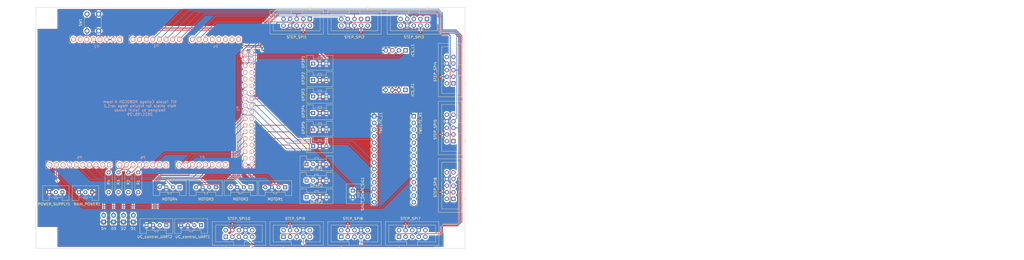
<source format=kicad_pcb>
(kicad_pcb (version 20171130) (host pcbnew "(5.1.9)-1")
  (title_block (date "mar. 31 mars 2015"))
  (layers (0 F.Cu signal) (31 B.Cu signal) (34 B.Paste user) (35 F.Paste user) (36 B.SilkS user) (37 F.SilkS user) (38 B.Mask user) (39 F.Mask user) (44 Edge.Cuts user))
  (net 0 "")
  (net 1 GND)
  (net 2 "/53(SS)")
  (net 3 +5V)
  (net 4 /IOREF)
  (net 5 /Vin)
  (net 6 /AREF)
  (net 7 "/9(**)")
  (net 8 "/8(**)")
  (net 9 "/7(**)")
  (net 10 "Net-(P2-Pad1)")
  (net 11 +3V3)
  (net 12 "/1(Tx0)")
  (net 13 "/0(Rx0)")
  (net 14 "Net-(D1-Pad2)")
  (net 15 "Net-(D2-Pad2)")
  (net 16 "Net-(D3-Pad2)")
  (net 17 "Net-(D4-Pad2)")
  (net 18 EN_IN)
  (net 19 TX3)
  (net 20 RX3)
  (net 21 "Net-(ICS_R1-Pad1)")
  (net 22 SCK)
  (net 23 MOSI)
  (net 24 MISO)
  (net 25 "Net-(MAIN_POWER1-Pad2)")
  (net 26 IN_A1)
  (net 27 MPWM1)
  (net 28 IN_B1)
  (net 29 IN_B2)
  (net 30 MPWM2)
  (net 31 IN_A2)
  (net 32 IN_A3)
  (net 33 MPWM3)
  (net 34 IN_B3)
  (net 35 IN_B4)
  (net 36 MPWM4)
  (net 37 IN_A4)
  (net 38 SS6)
  (net 39 SS1)
  (net 40 SS7)
  (net 41 SS2)
  (net 42 SS8)
  (net 43 SS3)
  (net 44 SS9)
  (net 45 SS4)
  (net 46 SS10)
  (net 47 SS5)
  (net 48 SHUT_DOWM_SIG)
  (net 49 DO1)
  (net 50 DO2)
  (net 51 DO3)
  (net 52 RESET)
  (net 53 SCL)
  (net 54 SDA)
  (net 55 TX2)
  (net 56 RX2)
  (net 57 TX1)
  (net 58 RX1)
  (net 59 "Net-(POWER_SUPPLY1-Pad2)")
  (net 60 LED1)
  (net 61 LED2)
  (net 62 LED3)
  (net 63 LED4)
  (net 64 /M1)
  (net 65 /PWM4)
  (net 66 /TX_TWE)
  (net 67 /PWM3)
  (net 68 /PWM2)
  (net 69 /PWM1)
  (net 70 /RX_TWE)
  (net 71 /M3)
  (net 72 /M2)
  (net 73 /AI4)
  (net 74 /AI3)
  (net 75 /AI2)
  (net 76 /AI1)
  (net 77 /RST)
  (net 78 /BPS)
  (net 79 /DI4)
  (net 80 /DI3)
  (net 81 /DI2)
  (net 82 /DI1)
  (net 83 GP3P1_1)
  (net 84 GP3P2_1)
  (net 85 GP3P3_1)
  (net 86 GP3P4_1)
  (net 87 GP3P5_1)
  (net 88 GP3P6_1)
  (net 89 GP4P1_1)
  (net 90 GP4P1_2)
  (net 91 GP4P2_2)
  (net 92 GP4P2_1)
  (net 93 GP4P3_1)
  (net 94 GP4P3_2)
  (net 95 /48)
  (net 96 /46)
  (net 97 /37)
  (net 98 /35)
  (net 99 /A10)
  (net 100 /A11)
  (net 101 /A12)
  (net 102 /A13)
  (net 103 /A14)
  (net 104 /A15)
  (net 105 "Net-(P7-Pad7)")
  (net 106 "Net-(P7-Pad8)")
  (net 107 "Net-(STEP_SPI1-Pad10)")
  (net 108 "Net-(STEP_SPI1-Pad2)")
  (net 109 "Net-(STEP_SPI1-Pad9)")
  (net 110 "Net-(STEP_SPI1-Pad1)")
  (net 111 "Net-(STEP_SPI2-Pad1)")
  (net 112 "Net-(STEP_SPI2-Pad9)")
  (net 113 "Net-(STEP_SPI2-Pad2)")
  (net 114 "Net-(STEP_SPI2-Pad10)")
  (net 115 "Net-(STEP_SPI3-Pad10)")
  (net 116 "Net-(STEP_SPI3-Pad2)")
  (net 117 "Net-(STEP_SPI3-Pad9)")
  (net 118 "Net-(STEP_SPI3-Pad1)")
  (net 119 "Net-(STEP_SPI4-Pad1)")
  (net 120 "Net-(STEP_SPI4-Pad9)")
  (net 121 "Net-(STEP_SPI4-Pad2)")
  (net 122 "Net-(STEP_SPI4-Pad10)")
  (net 123 "Net-(STEP_SPI5-Pad10)")
  (net 124 "Net-(STEP_SPI5-Pad2)")
  (net 125 "Net-(STEP_SPI5-Pad9)")
  (net 126 "Net-(STEP_SPI5-Pad1)")
  (net 127 "Net-(STEP_SPI6-Pad1)")
  (net 128 "Net-(STEP_SPI6-Pad9)")
  (net 129 "Net-(STEP_SPI6-Pad2)")
  (net 130 "Net-(STEP_SPI6-Pad10)")
  (net 131 "Net-(STEP_SPI7-Pad10)")
  (net 132 "Net-(STEP_SPI7-Pad2)")
  (net 133 "Net-(STEP_SPI7-Pad9)")
  (net 134 "Net-(STEP_SPI7-Pad1)")
  (net 135 "Net-(STEP_SPI8-Pad1)")
  (net 136 "Net-(STEP_SPI8-Pad9)")
  (net 137 "Net-(STEP_SPI8-Pad2)")
  (net 138 "Net-(STEP_SPI8-Pad10)")
  (net 139 "Net-(STEP_SPI9-Pad10)")
  (net 140 "Net-(STEP_SPI9-Pad2)")
  (net 141 "Net-(STEP_SPI9-Pad9)")
  (net 142 "Net-(STEP_SPI9-Pad1)")
  (net 143 "Net-(STEP_SPI10-Pad1)")
  (net 144 "Net-(STEP_SPI10-Pad9)")
  (net 145 "Net-(STEP_SPI10-Pad2)")
  (net 146 "Net-(STEP_SPI10-Pad10)")
  (module MountingHole:MountingHole_3.2mm_M3 (layer F.Cu) (at 62.865 50.165)
    (fp_text reference REF**)
    (fp_text value MountingHole_3.2mm_M3)
    (pad 1 np_thru_hole circle (at 0 0) (size 3.2 3.2) (drill 3.2) (layers *.Cu *.Mask))
  )
  (module MountingHole:MountingHole_3.2mm_M3 (layer F.Cu) (at 62.865 133.985)
    (fp_text reference REF**)
    (fp_text value MountingHole_3.2mm_M3)
    (pad 1 np_thru_hole circle (at 0 0) (size 3.2 3.2) (drill 3.2) (layers *.Cu *.Mask))
  )
  (module MountingHole:MountingHole_3.2mm_M3 (layer F.Cu) (at 219.075 133.985)
    (fp_text reference REF** hide)
    (fp_text value MountingHole_3.2mm_M3)
    (pad 1 np_thru_hole circle (at 0 0) (size 3.2 3.2) (drill 3.2) (layers *.Cu *.Mask))
  )
  (module "" (layer F.Cu) (at 219.075 50.165)
    (fp_text reference "" (at 219.075 50.165) (layer F.SilkS) (effects (font (size 1.27 1.27))))
    (fp_text value "" (at 219.075 50.165) (layer F.SilkS) (effects (font (size 1.27 1.27))))
  )
  (module MountingHole:MountingHole_3.2mm_M3 (layer F.Cu) (at 219.075 50.165)
    (fp_text reference REF**)
    (fp_text value MountingHole_3.2mm_M3)
    (pad 1 np_thru_hole circle (at 0 0) (size 3.2 3.2) (drill 3.2) (layers *.Cu *.Mask))
  )
  (module Connector:XA_04 (layer F.Cu) (at 150.495 120.015 180)
    (fp_text reference MOTOR1 (at 0 0.5) (layer F.SilkS))
    (fp_text value Conn_01x04)
    (pad 1 thru_hole rect (at -3.81 5.08 180) (size 1.524 1.524) (drill 0.762) (layers *.Cu *.Mask) (net 26 IN_A1))
    (pad 2 thru_hole circle (at -1.27 5.08 180) (size 1.524 1.524) (drill 0.762) (layers *.Cu *.Mask) (net 27 MPWM1))
    (pad 3 thru_hole circle (at 1.27 5.08 180) (size 1.524 1.524) (drill 0.762) (layers *.Cu *.Mask) (net 1 GND))
    (pad 4 thru_hole circle (at 3.81 5.08 180) (size 1.524 1.524) (drill 0.762) (layers *.Cu *.Mask) (net 28 IN_B1))
  )
  (module LED_THT:LED_Rectangular_W5.0mm_H2.0mm (layer F.Cu) (at 84.455 128.27 90)
    (fp_text reference D4 (at -2.54 0) (layer F.SilkS))
    (fp_text value LED)
    (pad 2 thru_hole circle (at 2.54 0 90) (size 1.8 1.8) (drill 0.9) (layers *.Cu *.Mask) (net 17 "Net-(D4-Pad2)"))
    (pad 1 thru_hole rect (at 0 0 90) (size 1.8 1.8) (drill 0.9) (layers *.Cu *.Mask) (net 1 GND))
  )
  (module Socket_Arduino_Mega:Socket_Strip_Arduino_2x18 (layer B.Cu) (at 138.938 63.119 270)
    (fp_text reference P1 (at 21.59 2.794 270) (layer B.SilkS) (effects (justify mirror)))
    (fp_text value Digital)
    (pad 1 thru_hole circle (at 0 0 270) (size 1.7272 1.7272) (drill 1.016) (layers *.Cu *.Mask B.SilkS) (net 1 GND))
    (pad 2 thru_hole oval (at 0 -2.54 270) (size 1.7272 1.7272) (drill 1.016) (layers *.Cu *.Mask B.SilkS) (net 1 GND))
    (pad 3 thru_hole oval (at 2.54 0 270) (size 1.7272 1.7272) (drill 1.016) (layers *.Cu *.Mask B.SilkS) (net 22 SCK))
    (pad 4 thru_hole oval (at 2.54 -2.54 270) (size 1.7272 1.7272) (drill 1.016) (layers *.Cu *.Mask B.SilkS) (net 2 "/53(SS)"))
    (pad 5 thru_hole oval (at 5.08 0 270) (size 1.7272 1.7272) (drill 1.016) (layers *.Cu *.Mask B.SilkS) (net 24 MISO))
    (pad 6 thru_hole oval (at 5.08 -2.54 270) (size 1.7272 1.7272) (drill 1.016) (layers *.Cu *.Mask B.SilkS) (net 23 MOSI))
    (pad 7 thru_hole oval (at 7.62 0 270) (size 1.7272 1.7272) (drill 1.016) (layers *.Cu *.Mask B.SilkS) (net 95 /48))
    (pad 8 thru_hole oval (at 7.62 -2.54 270) (size 1.7272 1.7272) (drill 1.016) (layers *.Cu *.Mask B.SilkS) (net 83 GP3P1_1))
    (pad 9 thru_hole oval (at 10.16 0 270) (size 1.7272 1.7272) (drill 1.016) (layers *.Cu *.Mask B.SilkS) (net 96 /46))
    (pad 10 thru_hole oval (at 10.16 -2.54 270) (size 1.7272 1.7272) (drill 1.016) (layers *.Cu *.Mask B.SilkS) (net 84 GP3P2_1))
    (pad 11 thru_hole oval (at 12.7 0 270) (size 1.7272 1.7272) (drill 1.016) (layers *.Cu *.Mask B.SilkS) (net 48 SHUT_DOWM_SIG))
    (pad 12 thru_hole oval (at 12.7 -2.54 270) (size 1.7272 1.7272) (drill 1.016) (layers *.Cu *.Mask B.SilkS) (net 85 GP3P3_1))
    (pad 13 thru_hole oval (at 15.24 0 270) (size 1.7272 1.7272) (drill 1.016) (layers *.Cu *.Mask B.SilkS) (net 49 DO1))
    (pad 14 thru_hole oval (at 15.24 -2.54 270) (size 1.7272 1.7272) (drill 1.016) (layers *.Cu *.Mask B.SilkS) (net 86 GP3P4_1))
    (pad 15 thru_hole oval (at 17.78 0 270) (size 1.7272 1.7272) (drill 1.016) (layers *.Cu *.Mask B.SilkS) (net 50 DO2))
    (pad 16 thru_hole oval (at 17.78 -2.54 270) (size 1.7272 1.7272) (drill 1.016) (layers *.Cu *.Mask B.SilkS) (net 87 GP3P5_1))
    (pad 17 thru_hole oval (at 20.32 0 270) (size 1.7272 1.7272) (drill 1.016) (layers *.Cu *.Mask B.SilkS) (net 51 DO3))
    (pad 18 thru_hole oval (at 20.32 -2.54 270) (size 1.7272 1.7272) (drill 1.016) (layers *.Cu *.Mask B.SilkS) (net 88 GP3P6_1))
    (pad 19 thru_hole oval (at 22.86 0 270) (size 1.7272 1.7272) (drill 1.016) (layers *.Cu *.Mask B.SilkS) (net 35 IN_B4))
    (pad 20 thru_hole oval (at 22.86 -2.54 270) (size 1.7272 1.7272) (drill 1.016) (layers *.Cu *.Mask B.SilkS) (net 97 /37))
    (pad 21 thru_hole oval (at 25.4 0 270) (size 1.7272 1.7272) (drill 1.016) (layers *.Cu *.Mask B.SilkS) (net 37 IN_A4))
    (pad 22 thru_hole oval (at 25.4 -2.54 270) (size 1.7272 1.7272) (drill 1.016) (layers *.Cu *.Mask B.SilkS) (net 98 /35))
    (pad 23 thru_hole oval (at 27.94 0 270) (size 1.7272 1.7272) (drill 1.016) (layers *.Cu *.Mask B.SilkS) (net 34 IN_B3))
    (pad 24 thru_hole oval (at 27.94 -2.54 270) (size 1.7272 1.7272) (drill 1.016) (layers *.Cu *.Mask B.SilkS) (net 90 GP4P1_2))
    (pad 25 thru_hole oval (at 30.48 0 270) (size 1.7272 1.7272) (drill 1.016) (layers *.Cu *.Mask B.SilkS) (net 32 IN_A3))
    (pad 26 thru_hole oval (at 30.48 -2.54 270) (size 1.7272 1.7272) (drill 1.016) (layers *.Cu *.Mask B.SilkS) (net 89 GP4P1_1))
    (pad 27 thru_hole oval (at 33.02 0 270) (size 1.7272 1.7272) (drill 1.016) (layers *.Cu *.Mask B.SilkS) (net 29 IN_B2))
    (pad 28 thru_hole oval (at 33.02 -2.54 270) (size 1.7272 1.7272) (drill 1.016) (layers *.Cu *.Mask B.SilkS) (net 91 GP4P2_2))
    (pad 29 thru_hole oval (at 35.56 0 270) (size 1.7272 1.7272) (drill 1.016) (layers *.Cu *.Mask B.SilkS) (net 31 IN_A2))
    (pad 30 thru_hole oval (at 35.56 -2.54 270) (size 1.7272 1.7272) (drill 1.016) (layers *.Cu *.Mask B.SilkS) (net 92 GP4P2_1))
    (pad 31 thru_hole oval (at 38.1 0 270) (size 1.7272 1.7272) (drill 1.016) (layers *.Cu *.Mask B.SilkS) (net 28 IN_B1))
    (pad 32 thru_hole oval (at 38.1 -2.54 270) (size 1.7272 1.7272) (drill 1.016) (layers *.Cu *.Mask B.SilkS) (net 94 GP4P3_2))
    (pad 33 thru_hole oval (at 40.64 0 270) (size 1.7272 1.7272) (drill 1.016) (layers *.Cu *.Mask B.SilkS) (net 26 IN_A1))
    (pad 34 thru_hole oval (at 40.64 -2.54 270) (size 1.7272 1.7272) (drill 1.016) (layers *.Cu *.Mask B.SilkS) (net 93 GP4P3_1))
    (pad 35 thru_hole oval (at 43.18 0 270) (size 1.7272 1.7272) (drill 1.016) (layers *.Cu *.Mask B.SilkS) (net 3 +5V))
    (pad 36 thru_hole oval (at 43.18 -2.54 270) (size 1.7272 1.7272) (drill 1.016) (layers *.Cu *.Mask B.SilkS) (net 3 +5V))
  )
  (module Socket_Arduino_Mega:Socket_Strip_Arduino_1x08 (layer B.Cu) (at 72.898 58.039)
    (fp_text reference P2 (at 8.89 2.794) (layer B.SilkS) (effects (justify mirror)))
    (fp_text value Power)
    (pad 1 thru_hole oval (at 0 0) (size 1.7272 2.032) (drill 1.016) (layers *.Cu *.Mask B.SilkS) (net 10 "Net-(P2-Pad1)"))
    (pad 2 thru_hole oval (at 2.54 0) (size 1.7272 2.032) (drill 1.016) (layers *.Cu *.Mask B.SilkS) (net 4 /IOREF))
    (pad 3 thru_hole oval (at 5.08 0) (size 1.7272 2.032) (drill 1.016) (layers *.Cu *.Mask B.SilkS) (net 52 RESET))
    (pad 4 thru_hole oval (at 7.62 0) (size 1.7272 2.032) (drill 1.016) (layers *.Cu *.Mask B.SilkS) (net 11 +3V3))
    (pad 5 thru_hole oval (at 10.16 0) (size 1.7272 2.032) (drill 1.016) (layers *.Cu *.Mask B.SilkS) (net 3 +5V))
    (pad 6 thru_hole oval (at 12.7 0) (size 1.7272 2.032) (drill 1.016) (layers *.Cu *.Mask B.SilkS) (net 1 GND))
    (pad 7 thru_hole oval (at 15.24 0) (size 1.7272 2.032) (drill 1.016) (layers *.Cu *.Mask B.SilkS) (net 1 GND))
    (pad 8 thru_hole oval (at 17.78 0) (size 1.7272 2.032) (drill 1.016) (layers *.Cu *.Mask B.SilkS) (net 5 /Vin))
  )
  (module Socket_Arduino_Mega:Socket_Strip_Arduino_1x08 (layer B.Cu) (at 95.758 58.039)
    (fp_text reference P3 (at 8.89 2.54) (layer B.SilkS) (effects (justify mirror)))
    (fp_text value Analog)
    (pad 1 thru_hole oval (at 0 0) (size 1.7272 2.032) (drill 1.016) (layers *.Cu *.Mask B.SilkS) (net 46 SS10))
    (pad 2 thru_hole oval (at 2.54 0) (size 1.7272 2.032) (drill 1.016) (layers *.Cu *.Mask B.SilkS) (net 44 SS9))
    (pad 3 thru_hole oval (at 5.08 0) (size 1.7272 2.032) (drill 1.016) (layers *.Cu *.Mask B.SilkS) (net 42 SS8))
    (pad 4 thru_hole oval (at 7.62 0) (size 1.7272 2.032) (drill 1.016) (layers *.Cu *.Mask B.SilkS) (net 40 SS7))
    (pad 5 thru_hole oval (at 10.16 0) (size 1.7272 2.032) (drill 1.016) (layers *.Cu *.Mask B.SilkS) (net 38 SS6))
    (pad 6 thru_hole oval (at 12.7 0) (size 1.7272 2.032) (drill 1.016) (layers *.Cu *.Mask B.SilkS) (net 47 SS5))
    (pad 7 thru_hole oval (at 15.24 0) (size 1.7272 2.032) (drill 1.016) (layers *.Cu *.Mask B.SilkS) (net 45 SS4))
    (pad 8 thru_hole oval (at 17.78 0) (size 1.7272 2.032) (drill 1.016) (layers *.Cu *.Mask B.SilkS) (net 43 SS3))
  )
  (module Socket_Arduino_Mega:Socket_Strip_Arduino_1x08 (layer B.Cu) (at 118.618 58.039)
    (fp_text reference P4 (at 8.89 2.794) (layer B.SilkS) (effects (justify mirror)))
    (fp_text value Analog)
    (pad 1 thru_hole oval (at 0 0) (size 1.7272 2.032) (drill 1.016) (layers *.Cu *.Mask B.SilkS) (net 41 SS2))
    (pad 2 thru_hole oval (at 2.54 0) (size 1.7272 2.032) (drill 1.016) (layers *.Cu *.Mask B.SilkS) (net 39 SS1))
    (pad 3 thru_hole oval (at 5.08 0) (size 1.7272 2.032) (drill 1.016) (layers *.Cu *.Mask B.SilkS) (net 99 /A10))
    (pad 4 thru_hole oval (at 7.62 0) (size 1.7272 2.032) (drill 1.016) (layers *.Cu *.Mask B.SilkS) (net 100 /A11))
    (pad 5 thru_hole oval (at 10.16 0) (size 1.7272 2.032) (drill 1.016) (layers *.Cu *.Mask B.SilkS) (net 101 /A12))
    (pad 6 thru_hole oval (at 12.7 0) (size 1.7272 2.032) (drill 1.016) (layers *.Cu *.Mask B.SilkS) (net 102 /A13))
    (pad 7 thru_hole oval (at 15.24 0) (size 1.7272 2.032) (drill 1.016) (layers *.Cu *.Mask B.SilkS) (net 103 /A14))
    (pad 8 thru_hole oval (at 17.78 0) (size 1.7272 2.032) (drill 1.016) (layers *.Cu *.Mask B.SilkS) (net 104 /A15))
  )
  (module Socket_Arduino_Mega:Socket_Strip_Arduino_1x10 (layer B.Cu) (at 63.754 106.299)
    (fp_text reference P5 (at 11.43 -2.794) (layer B.SilkS) (effects (justify mirror)))
    (fp_text value PWM)
    (pad 1 thru_hole oval (at 0 0) (size 1.7272 2.032) (drill 1.016) (layers *.Cu *.Mask B.SilkS) (net 53 SCL))
    (pad 2 thru_hole oval (at 2.54 0) (size 1.7272 2.032) (drill 1.016) (layers *.Cu *.Mask B.SilkS) (net 54 SDA))
    (pad 3 thru_hole oval (at 5.08 0) (size 1.7272 2.032) (drill 1.016) (layers *.Cu *.Mask B.SilkS) (net 6 /AREF))
    (pad 4 thru_hole oval (at 7.62 0) (size 1.7272 2.032) (drill 1.016) (layers *.Cu *.Mask B.SilkS) (net 1 GND))
    (pad 5 thru_hole oval (at 10.16 0) (size 1.7272 2.032) (drill 1.016) (layers *.Cu *.Mask B.SilkS) (net 36 MPWM4))
    (pad 6 thru_hole oval (at 12.7 0) (size 1.7272 2.032) (drill 1.016) (layers *.Cu *.Mask B.SilkS) (net 33 MPWM3))
    (pad 7 thru_hole oval (at 15.24 0) (size 1.7272 2.032) (drill 1.016) (layers *.Cu *.Mask B.SilkS) (net 30 MPWM2))
    (pad 8 thru_hole oval (at 17.78 0) (size 1.7272 2.032) (drill 1.016) (layers *.Cu *.Mask B.SilkS) (net 27 MPWM1))
    (pad 9 thru_hole oval (at 20.32 0) (size 1.7272 2.032) (drill 1.016) (layers *.Cu *.Mask B.SilkS) (net 7 "/9(**)"))
    (pad 10 thru_hole oval (at 22.86 0) (size 1.7272 2.032) (drill 1.016) (layers *.Cu *.Mask B.SilkS) (net 8 "/8(**)"))
  )
  (module Socket_Arduino_Mega:Socket_Strip_Arduino_1x08 (layer B.Cu) (at 90.678 106.299)
    (fp_text reference P6 (at 8.89 -2.794) (layer B.SilkS) (effects (justify mirror)))
    (fp_text value PWM)
    (pad 1 thru_hole oval (at 0 0) (size 1.7272 2.032) (drill 1.016) (layers *.Cu *.Mask B.SilkS) (net 9 "/7(**)"))
    (pad 2 thru_hole oval (at 2.54 0) (size 1.7272 2.032) (drill 1.016) (layers *.Cu *.Mask B.SilkS) (net 63 LED4))
    (pad 3 thru_hole oval (at 5.08 0) (size 1.7272 2.032) (drill 1.016) (layers *.Cu *.Mask B.SilkS) (net 62 LED3))
    (pad 4 thru_hole oval (at 7.62 0) (size 1.7272 2.032) (drill 1.016) (layers *.Cu *.Mask B.SilkS) (net 61 LED2))
    (pad 5 thru_hole oval (at 10.16 0) (size 1.7272 2.032) (drill 1.016) (layers *.Cu *.Mask B.SilkS) (net 60 LED1))
    (pad 6 thru_hole oval (at 12.7 0) (size 1.7272 2.032) (drill 1.016) (layers *.Cu *.Mask B.SilkS) (net 18 EN_IN))
    (pad 7 thru_hole oval (at 15.24 0) (size 1.7272 2.032) (drill 1.016) (layers *.Cu *.Mask B.SilkS) (net 12 "/1(Tx0)"))
    (pad 8 thru_hole oval (at 17.78 0) (size 1.7272 2.032) (drill 1.016) (layers *.Cu *.Mask B.SilkS) (net 13 "/0(Rx0)"))
  )
  (module Socket_Arduino_Mega:Socket_Strip_Arduino_1x08 (layer B.Cu) (at 113.538 106.299)
    (fp_text reference P7 (at 8.89 -2.794) (layer B.SilkS) (effects (justify mirror)))
    (fp_text value Communication)
    (pad 1 thru_hole oval (at 0 0) (size 1.7272 2.032) (drill 1.016) (layers *.Cu *.Mask B.SilkS) (net 19 TX3))
    (pad 2 thru_hole oval (at 2.54 0) (size 1.7272 2.032) (drill 1.016) (layers *.Cu *.Mask B.SilkS) (net 20 RX3))
    (pad 3 thru_hole oval (at 5.08 0) (size 1.7272 2.032) (drill 1.016) (layers *.Cu *.Mask B.SilkS) (net 55 TX2))
    (pad 4 thru_hole oval (at 7.62 0) (size 1.7272 2.032) (drill 1.016) (layers *.Cu *.Mask B.SilkS) (net 56 RX2))
    (pad 5 thru_hole oval (at 10.16 0) (size 1.7272 2.032) (drill 1.016) (layers *.Cu *.Mask B.SilkS) (net 57 TX1))
    (pad 6 thru_hole oval (at 12.7 0) (size 1.7272 2.032) (drill 1.016) (layers *.Cu *.Mask B.SilkS) (net 58 RX1))
    (pad 7 thru_hole oval (at 15.24 0) (size 1.7272 2.032) (drill 1.016) (layers *.Cu *.Mask B.SilkS) (net 105 "Net-(P7-Pad7)"))
    (pad 8 thru_hole oval (at 17.78 0) (size 1.7272 2.032) (drill 1.016) (layers *.Cu *.Mask B.SilkS) (net 106 "Net-(P7-Pad8)"))
  )
  (module LED_THT:LED_Rectangular_W5.0mm_H2.0mm (layer F.Cu) (at 95.885 128.27 90)
    (fp_text reference D1 (at -2.54 0) (layer F.SilkS))
    (fp_text value LED)
    (pad 2 thru_hole circle (at 2.54 0 90) (size 1.8 1.8) (drill 0.9) (layers *.Cu *.Mask) (net 14 "Net-(D1-Pad2)"))
    (pad 1 thru_hole rect (at 0 0 90) (size 1.8 1.8) (drill 0.9) (layers *.Cu *.Mask) (net 1 GND))
  )
  (module LED_THT:LED_Rectangular_W5.0mm_H2.0mm (layer F.Cu) (at 92.075 128.27 90)
    (fp_text reference D2 (at -2.54 0) (layer F.SilkS))
    (fp_text value LED)
    (pad 1 thru_hole rect (at 0 0 90) (size 1.8 1.8) (drill 0.9) (layers *.Cu *.Mask) (net 1 GND))
    (pad 2 thru_hole circle (at 2.54 0 90) (size 1.8 1.8) (drill 0.9) (layers *.Cu *.Mask) (net 15 "Net-(D2-Pad2)"))
  )
  (module LED_THT:LED_Rectangular_W5.0mm_H2.0mm (layer F.Cu) (at 88.265 128.27 90)
    (fp_text reference D3 (at -2.54 0) (layer F.SilkS))
    (fp_text value LED)
    (pad 1 thru_hole rect (at 0 0 90) (size 1.8 1.8) (drill 0.9) (layers *.Cu *.Mask) (net 1 GND))
    (pad 2 thru_hole circle (at 2.54 0 90) (size 1.8 1.8) (drill 0.9) (layers *.Cu *.Mask) (net 16 "Net-(D3-Pad2)"))
  )
  (module Connector_PinSocket_2.54mm:PinSocket_1x04_P2.54mm_Vertical (layer F.Cu) (at 200.66 62.23 270)
    (fp_text reference ICS_L1 (at 0 -2.77 90) (layer F.SilkS))
    (fp_text value Conn_01x04)
    (pad 4 thru_hole oval (at 0 7.62 270) (size 1.7 1.7) (drill 1) (layers *.Cu *.Mask) (net 1 GND))
    (pad 3 thru_hole oval (at 0 5.08 270) (size 1.7 1.7) (drill 1) (layers *.Cu *.Mask) (net 18 EN_IN))
    (pad 2 thru_hole oval (at 0 2.54 270) (size 1.7 1.7) (drill 1) (layers *.Cu *.Mask) (net 19 TX3))
    (pad 1 thru_hole rect (at 0 0 270) (size 1.7 1.7) (drill 1) (layers *.Cu *.Mask) (net 20 RX3))
  )
  (module Connector_PinSocket_2.54mm:PinSocket_1x04_P2.54mm_Vertical (layer F.Cu) (at 200.619999 77.47 270)
    (fp_text reference ICS_R1 (at 0 -2.77 90) (layer F.SilkS))
    (fp_text value Conn_01x04)
    (pad 1 thru_hole rect (at 0 0 270) (size 1.7 1.7) (drill 1) (layers *.Cu *.Mask) (net 21 "Net-(ICS_R1-Pad1)"))
    (pad 2 thru_hole oval (at 0 2.54 270) (size 1.7 1.7) (drill 1) (layers *.Cu *.Mask) (net 3 +5V))
    (pad 3 thru_hole oval (at 0 5.08 270) (size 1.7 1.7) (drill 1) (layers *.Cu *.Mask) (net 3 +5V))
    (pad 4 thru_hole oval (at 0 7.62 270) (size 1.7 1.7) (drill 1) (layers *.Cu *.Mask) (net 1 GND))
  )
  (module Connector:XA_03 (layer F.Cu) (at 167.64 62.23)
    (fp_text reference GP3P1 (at -6.35 4.445 90) (layer F.SilkS))
    (fp_text value Conn_01x03)
    (pad 3 thru_hole circle (at 2.54 5.08) (size 1.524 1.524) (drill 0.762) (layers *.Cu *.Mask) (net 1 GND))
    (pad 2 thru_hole circle (at 0 5.08) (size 1.524 1.524) (drill 0.762) (layers *.Cu *.Mask) (net 3 +5V))
    (pad 1 thru_hole rect (at -2.54 5.08) (size 1.524 1.524) (drill 0.762) (layers *.Cu *.Mask) (net 83 GP3P1_1))
  )
  (module Connector:XA_03 (layer F.Cu) (at 167.64 68.58)
    (fp_text reference GP3P2 (at -6.35 4.445 90) (layer F.SilkS))
    (fp_text value Conn_01x03)
    (pad 1 thru_hole rect (at -2.54 5.08) (size 1.524 1.524) (drill 0.762) (layers *.Cu *.Mask) (net 84 GP3P2_1))
    (pad 2 thru_hole circle (at 0 5.08) (size 1.524 1.524) (drill 0.762) (layers *.Cu *.Mask) (net 3 +5V))
    (pad 3 thru_hole circle (at 2.54 5.08) (size 1.524 1.524) (drill 0.762) (layers *.Cu *.Mask) (net 1 GND))
  )
  (module Connector:XA_03 (layer F.Cu) (at 167.64 74.93)
    (fp_text reference GP3P3 (at -6.35 4.445 90) (layer F.SilkS))
    (fp_text value Conn_01x03)
    (pad 3 thru_hole circle (at 2.54 5.08) (size 1.524 1.524) (drill 0.762) (layers *.Cu *.Mask) (net 1 GND))
    (pad 2 thru_hole circle (at 0 5.08) (size 1.524 1.524) (drill 0.762) (layers *.Cu *.Mask) (net 3 +5V))
    (pad 1 thru_hole rect (at -2.54 5.08) (size 1.524 1.524) (drill 0.762) (layers *.Cu *.Mask) (net 85 GP3P3_1))
  )
  (module Connector:XA_03 (layer F.Cu) (at 167.64 81.28)
    (fp_text reference GP3P4 (at -6.35 4.445 90) (layer F.SilkS))
    (fp_text value Conn_01x03)
    (pad 1 thru_hole rect (at -2.54 5.08) (size 1.524 1.524) (drill 0.762) (layers *.Cu *.Mask) (net 86 GP3P4_1))
    (pad 2 thru_hole circle (at 0 5.08) (size 1.524 1.524) (drill 0.762) (layers *.Cu *.Mask) (net 3 +5V))
    (pad 3 thru_hole circle (at 2.54 5.08) (size 1.524 1.524) (drill 0.762) (layers *.Cu *.Mask) (net 1 GND))
  )
  (module Connector:XA_03 (layer F.Cu) (at 167.64 87.63)
    (fp_text reference GP3P5 (at -6.35 4.445 90) (layer F.SilkS))
    (fp_text value Conn_01x03)
    (pad 3 thru_hole circle (at 2.54 5.08) (size 1.524 1.524) (drill 0.762) (layers *.Cu *.Mask) (net 1 GND))
    (pad 2 thru_hole circle (at 0 5.08) (size 1.524 1.524) (drill 0.762) (layers *.Cu *.Mask) (net 3 +5V))
    (pad 1 thru_hole rect (at -2.54 5.08) (size 1.524 1.524) (drill 0.762) (layers *.Cu *.Mask) (net 87 GP3P5_1))
  )
  (module Connector:XA_03 (layer F.Cu) (at 167.64 93.98)
    (fp_text reference GP3P6 (at -6.35 4.445 90) (layer F.SilkS))
    (fp_text value Conn_01x03)
    (pad 1 thru_hole rect (at -2.54 5.08) (size 1.524 1.524) (drill 0.762) (layers *.Cu *.Mask) (net 88 GP3P6_1))
    (pad 2 thru_hole circle (at 0 5.08) (size 1.524 1.524) (drill 0.762) (layers *.Cu *.Mask) (net 3 +5V))
    (pad 3 thru_hole circle (at 2.54 5.08) (size 1.524 1.524) (drill 0.762) (layers *.Cu *.Mask) (net 1 GND))
  )
  (module Connector:XA_03 (layer F.Cu) (at 77.47 121.92 180)
    (fp_text reference MAIN_POWER1 (at -0.635 0.5) (layer F.SilkS))
    (fp_text value Conn_01x03)
    (pad 3 thru_hole circle (at 2.54 5.08 180) (size 1.524 1.524) (drill 0.762) (layers *.Cu *.Mask) (net 1 GND))
    (pad 2 thru_hole circle (at 0 5.08 180) (size 1.524 1.524) (drill 0.762) (layers *.Cu *.Mask) (net 25 "Net-(MAIN_POWER1-Pad2)"))
    (pad 1 thru_hole rect (at -2.54 5.08 180) (size 1.524 1.524) (drill 0.762) (layers *.Cu *.Mask) (net 3 +5V))
  )
  (module Connector:XA_04 (layer F.Cu) (at 137.16 120.015 180)
    (fp_text reference MOTOR2 (at 0 0.5) (layer F.SilkS))
    (fp_text value Conn_01x04)
    (pad 4 thru_hole circle (at 3.81 5.08 180) (size 1.524 1.524) (drill 0.762) (layers *.Cu *.Mask) (net 29 IN_B2))
    (pad 3 thru_hole circle (at 1.27 5.08 180) (size 1.524 1.524) (drill 0.762) (layers *.Cu *.Mask) (net 1 GND))
    (pad 2 thru_hole circle (at -1.27 5.08 180) (size 1.524 1.524) (drill 0.762) (layers *.Cu *.Mask) (net 30 MPWM2))
    (pad 1 thru_hole rect (at -3.81 5.08 180) (size 1.524 1.524) (drill 0.762) (layers *.Cu *.Mask) (net 31 IN_A2))
  )
  (module Connector:XA_04 (layer F.Cu) (at 123.825 120.015 180)
    (fp_text reference MOTOR3 (at 0 0.5) (layer F.SilkS))
    (fp_text value Conn_01x04)
    (pad 1 thru_hole rect (at -3.81 5.08 180) (size 1.524 1.524) (drill 0.762) (layers *.Cu *.Mask) (net 32 IN_A3))
    (pad 2 thru_hole circle (at -1.27 5.08 180) (size 1.524 1.524) (drill 0.762) (layers *.Cu *.Mask) (net 33 MPWM3))
    (pad 3 thru_hole circle (at 1.27 5.08 180) (size 1.524 1.524) (drill 0.762) (layers *.Cu *.Mask) (net 1 GND))
    (pad 4 thru_hole circle (at 3.81 5.08 180) (size 1.524 1.524) (drill 0.762) (layers *.Cu *.Mask) (net 34 IN_B3))
  )
  (module Connector:XA_04 (layer F.Cu) (at 109.855 120.015 180)
    (fp_text reference MOTOR4 (at 0 0.5) (layer F.SilkS))
    (fp_text value Conn_01x04)
    (pad 4 thru_hole circle (at 3.81 5.08 180) (size 1.524 1.524) (drill 0.762) (layers *.Cu *.Mask) (net 35 IN_B4))
    (pad 3 thru_hole circle (at 1.27 5.08 180) (size 1.524 1.524) (drill 0.762) (layers *.Cu *.Mask) (net 1 GND))
    (pad 2 thru_hole circle (at -1.27 5.08 180) (size 1.524 1.524) (drill 0.762) (layers *.Cu *.Mask) (net 36 MPWM4))
    (pad 1 thru_hole rect (at -3.81 5.08 180) (size 1.524 1.524) (drill 0.762) (layers *.Cu *.Mask) (net 37 IN_A4))
  )
  (module Connector:XA_03 (layer F.Cu) (at 66.04 121.92 180)
    (fp_text reference POWER_SUPPLY1 (at 0.635 0.5) (layer F.SilkS))
    (fp_text value Conn_01x03)
    (pad 1 thru_hole rect (at -2.54 5.08 180) (size 1.524 1.524) (drill 0.762) (layers *.Cu *.Mask) (net 1 GND))
    (pad 2 thru_hole circle (at 0 5.08 180) (size 1.524 1.524) (drill 0.762) (layers *.Cu *.Mask) (net 59 "Net-(POWER_SUPPLY1-Pad2)"))
    (pad 3 thru_hole circle (at 2.54 5.08 180) (size 1.524 1.524) (drill 0.762) (layers *.Cu *.Mask) (net 3 +5V))
  )
  (module Resistor_THT:R_Axial_DIN0207_L6.3mm_D2.5mm_P7.62mm_Horizontal (layer F.Cu) (at 97.79 109.22 270)
    (fp_text reference R1 (at 3.81 0 90) (layer F.SilkS))
    (fp_text value R)
    (pad 2 thru_hole oval (at 7.62 0 270) (size 1.6 1.6) (drill 0.8) (layers *.Cu *.Mask) (net 14 "Net-(D1-Pad2)"))
    (pad 1 thru_hole circle (at 0 0 270) (size 1.6 1.6) (drill 0.8) (layers *.Cu *.Mask) (net 60 LED1))
  )
  (module Resistor_THT:R_Axial_DIN0207_L6.3mm_D2.5mm_P7.62mm_Horizontal (layer F.Cu) (at 93.98 109.22 270)
    (fp_text reference R2 (at 3.81 0 90) (layer F.SilkS))
    (fp_text value R)
    (pad 1 thru_hole circle (at 0 0 270) (size 1.6 1.6) (drill 0.8) (layers *.Cu *.Mask) (net 61 LED2))
    (pad 2 thru_hole oval (at 7.62 0 270) (size 1.6 1.6) (drill 0.8) (layers *.Cu *.Mask) (net 15 "Net-(D2-Pad2)"))
  )
  (module Resistor_THT:R_Axial_DIN0207_L6.3mm_D2.5mm_P7.62mm_Horizontal (layer F.Cu) (at 90.17 109.22 270)
    (fp_text reference R3 (at 3.81 0 90) (layer F.SilkS))
    (fp_text value R)
    (pad 2 thru_hole oval (at 7.62 0 270) (size 1.6 1.6) (drill 0.8) (layers *.Cu *.Mask) (net 16 "Net-(D3-Pad2)"))
    (pad 1 thru_hole circle (at 0 0 270) (size 1.6 1.6) (drill 0.8) (layers *.Cu *.Mask) (net 62 LED3))
  )
  (module Resistor_THT:R_Axial_DIN0207_L6.3mm_D2.5mm_P7.62mm_Horizontal (layer F.Cu) (at 86.36 109.22 270)
    (fp_text reference R4 (at 3.81 0 90) (layer F.SilkS))
    (fp_text value R)
    (pad 1 thru_hole circle (at 0 0 270) (size 1.6 1.6) (drill 0.8) (layers *.Cu *.Mask) (net 63 LED4))
    (pad 2 thru_hole oval (at 7.62 0 270) (size 1.6 1.6) (drill 0.8) (layers *.Cu *.Mask) (net 17 "Net-(D4-Pad2)"))
  )
  (module Connector:XA_02 (layer F.Cu) (at 185.42 117.475 270)
    (fp_text reference SHUT_DOWN_SIG1 (at 0 1.27 270) (layer F.SilkS))
    (fp_text value Conn_01x02)
    (pad 1 thru_hole rect (at -1.27 5.08 270) (size 1.524 1.524) (drill 0.762) (layers *.Cu *.Mask) (net 48 SHUT_DOWM_SIG))
    (pad 2 thru_hole circle (at 1.27 5.08 270) (size 1.524 1.524) (drill 0.762) (layers *.Cu *.Mask) (net 1 GND))
  )
  (module Button_Switch_THT:SW_PUSH_6mm (layer F.Cu) (at 82.55 48.26 270)
    (fp_text reference SW1 (at 3.25 6.985 90) (layer F.SilkS))
    (fp_text value SW_Push)
    (pad 2 thru_hole circle (at 0 4.5) (size 2 2) (drill 1.1) (layers *.Cu *.Mask) (net 52 RESET))
    (pad 1 thru_hole circle (at 0 0) (size 2 2) (drill 1.1) (layers *.Cu *.Mask) (net 1 GND))
    (pad 2 thru_hole circle (at 6.5 4.5) (size 2 2) (drill 1.1) (layers *.Cu *.Mask) (net 52 RESET))
    (pad 1 thru_hole circle (at 6.5 0) (size 2 2) (drill 1.1) (layers *.Cu *.Mask) (net 1 GND))
  )
  (module Connector_PinSocket_2.54mm:PinSocket_1x14_P2.54mm_Vertical (layer F.Cu) (at 188.595 87.63)
    (fp_text reference TWELITE_L1 (at 2.54 2.54 270) (layer F.SilkS))
    (fp_text value Conn_01x14)
    (pad 14 thru_hole oval (at 0 33.02) (size 1.7 1.7) (drill 1) (layers *.Cu *.Mask) (net 1 GND))
    (pad 13 thru_hole oval (at 0 30.48) (size 1.7 1.7) (drill 1) (layers *.Cu *.Mask) (net 64 /M1))
    (pad 12 thru_hole oval (at 0 27.94) (size 1.7 1.7) (drill 1) (layers *.Cu *.Mask) (net 48 SHUT_DOWM_SIG))
    (pad 11 thru_hole oval (at 0 25.4) (size 1.7 1.7) (drill 1) (layers *.Cu *.Mask) (net 65 /PWM4))
    (pad 10 thru_hole oval (at 0 22.86) (size 1.7 1.7) (drill 1) (layers *.Cu *.Mask) (net 66 /TX_TWE))
    (pad 9 thru_hole oval (at 0 20.32) (size 1.7 1.7) (drill 1) (layers *.Cu *.Mask) (net 51 DO3))
    (pad 8 thru_hole oval (at 0 17.78) (size 1.7 1.7) (drill 1) (layers *.Cu *.Mask) (net 50 DO2))
    (pad 7 thru_hole oval (at 0 15.24) (size 1.7 1.7) (drill 1) (layers *.Cu *.Mask) (net 67 /PWM3))
    (pad 6 thru_hole oval (at 0 12.7) (size 1.7 1.7) (drill 1) (layers *.Cu *.Mask) (net 68 /PWM2))
    (pad 5 thru_hole oval (at 0 10.16) (size 1.7 1.7) (drill 1) (layers *.Cu *.Mask) (net 49 DO1))
    (pad 4 thru_hole oval (at 0 7.62) (size 1.7 1.7) (drill 1) (layers *.Cu *.Mask) (net 69 /PWM1))
    (pad 3 thru_hole oval (at 0 5.08) (size 1.7 1.7) (drill 1) (layers *.Cu *.Mask) (net 70 /RX_TWE))
    (pad 2 thru_hole oval (at 0 2.54) (size 1.7 1.7) (drill 1) (layers *.Cu *.Mask) (net 53 SCL))
    (pad 1 thru_hole rect (at 0 0) (size 1.7 1.7) (drill 1) (layers *.Cu *.Mask) (net 1 GND))
  )
  (module Connector_PinSocket_2.54mm:PinSocket_1x14_P2.54mm_Vertical (layer F.Cu) (at 203.835 87.63)
    (fp_text reference TWELITE_R1 (at 2.54 2.54 270) (layer F.SilkS))
    (fp_text value Conn_01x14)
    (pad 1 thru_hole rect (at 0 0) (size 1.7 1.7) (drill 1) (layers *.Cu *.Mask) (net 11 +3V3))
    (pad 2 thru_hole oval (at 0 2.54) (size 1.7 1.7) (drill 1) (layers *.Cu *.Mask) (net 71 /M3))
    (pad 3 thru_hole oval (at 0 5.08) (size 1.7 1.7) (drill 1) (layers *.Cu *.Mask) (net 72 /M2))
    (pad 4 thru_hole oval (at 0 7.62) (size 1.7 1.7) (drill 1) (layers *.Cu *.Mask) (net 73 /AI4))
    (pad 5 thru_hole oval (at 0 10.16) (size 1.7 1.7) (drill 1) (layers *.Cu *.Mask) (net 74 /AI3))
    (pad 6 thru_hole oval (at 0 12.7) (size 1.7 1.7) (drill 1) (layers *.Cu *.Mask) (net 75 /AI2))
    (pad 7 thru_hole oval (at 0 15.24) (size 1.7 1.7) (drill 1) (layers *.Cu *.Mask) (net 76 /AI1))
    (pad 8 thru_hole oval (at 0 17.78) (size 1.7 1.7) (drill 1) (layers *.Cu *.Mask) (net 77 /RST))
    (pad 9 thru_hole oval (at 0 20.32) (size 1.7 1.7) (drill 1) (layers *.Cu *.Mask) (net 78 /BPS))
    (pad 10 thru_hole oval (at 0 22.86) (size 1.7 1.7) (drill 1) (layers *.Cu *.Mask) (net 54 SDA))
    (pad 11 thru_hole oval (at 0 25.4) (size 1.7 1.7) (drill 1) (layers *.Cu *.Mask) (net 79 /DI4))
    (pad 12 thru_hole oval (at 0 27.94) (size 1.7 1.7) (drill 1) (layers *.Cu *.Mask) (net 80 /DI3))
    (pad 13 thru_hole oval (at 0 30.48) (size 1.7 1.7) (drill 1) (layers *.Cu *.Mask) (net 81 /DI2))
    (pad 14 thru_hole oval (at 0 33.02) (size 1.7 1.7) (drill 1) (layers *.Cu *.Mask) (net 82 /DI1))
  )
  (module Connector:XA_04 (layer F.Cu) (at 118.11 134.62 180)
    (fp_text reference UC_control_UART1 (at -0.635 0.635) (layer F.SilkS))
    (fp_text value Conn_01x04)
    (pad 4 thru_hole circle (at 3.81 5.08 180) (size 1.524 1.524) (drill 0.762) (layers *.Cu *.Mask) (net 1 GND))
    (pad 3 thru_hole circle (at 1.27 5.08 180) (size 1.524 1.524) (drill 0.762) (layers *.Cu *.Mask) (net 3 +5V))
    (pad 2 thru_hole circle (at -1.27 5.08 180) (size 1.524 1.524) (drill 0.762) (layers *.Cu *.Mask) (net 57 TX1))
    (pad 1 thru_hole rect (at -3.81 5.08 180) (size 1.524 1.524) (drill 0.762) (layers *.Cu *.Mask) (net 58 RX1))
  )
  (module Connector:XA_04 (layer F.Cu) (at 104.775 134.62 180)
    (fp_text reference UC_control_UART2 (at 0.635 0.635) (layer F.SilkS))
    (fp_text value Conn_01x04)
    (pad 1 thru_hole rect (at -3.81 5.08 180) (size 1.524 1.524) (drill 0.762) (layers *.Cu *.Mask) (net 56 RX2))
    (pad 2 thru_hole circle (at -1.27 5.08 180) (size 1.524 1.524) (drill 0.762) (layers *.Cu *.Mask) (net 55 TX2))
    (pad 3 thru_hole circle (at 1.27 5.08 180) (size 1.524 1.524) (drill 0.762) (layers *.Cu *.Mask) (net 3 +5V))
    (pad 4 thru_hole circle (at 3.81 5.08 180) (size 1.524 1.524) (drill 0.762) (layers *.Cu *.Mask) (net 1 GND))
  )
  (module Connector:XA_04 (layer F.Cu) (at 166.37 100.965)
    (fp_text reference GP4P1 (at 0 6.985) (layer F.SilkS))
    (fp_text value Conn_01x04)
    (pad 1 thru_hole rect (at -3.81 5.08) (size 1.524 1.524) (drill 0.762) (layers *.Cu *.Mask) (net 89 GP4P1_1))
    (pad 2 thru_hole circle (at -1.27 5.08) (size 1.524 1.524) (drill 0.762) (layers *.Cu *.Mask) (net 90 GP4P1_2))
    (pad 3 thru_hole circle (at 1.27 5.08) (size 1.524 1.524) (drill 0.762) (layers *.Cu *.Mask) (net 3 +5V))
    (pad 4 thru_hole circle (at 3.81 5.08) (size 1.524 1.524) (drill 0.762) (layers *.Cu *.Mask) (net 1 GND))
  )
  (module Connector:XA_04 (layer F.Cu) (at 166.37 107.315)
    (fp_text reference GP4P2 (at 0 6.985) (layer F.SilkS))
    (fp_text value Conn_01x04)
    (pad 4 thru_hole circle (at 3.81 5.08) (size 1.524 1.524) (drill 0.762) (layers *.Cu *.Mask) (net 1 GND))
    (pad 3 thru_hole circle (at 1.27 5.08) (size 1.524 1.524) (drill 0.762) (layers *.Cu *.Mask) (net 3 +5V))
    (pad 2 thru_hole circle (at -1.27 5.08) (size 1.524 1.524) (drill 0.762) (layers *.Cu *.Mask) (net 91 GP4P2_2))
    (pad 1 thru_hole rect (at -3.81 5.08) (size 1.524 1.524) (drill 0.762) (layers *.Cu *.Mask) (net 92 GP4P2_1))
  )
  (module Connector:XA_04 (layer F.Cu) (at 166.37 113.665)
    (fp_text reference GP4P3 (at 0 6.985) (layer F.SilkS))
    (fp_text value Conn_01x04)
    (pad 1 thru_hole rect (at -3.81 5.08) (size 1.524 1.524) (drill 0.762) (layers *.Cu *.Mask) (net 93 GP4P3_1))
    (pad 2 thru_hole circle (at -1.27 5.08) (size 1.524 1.524) (drill 0.762) (layers *.Cu *.Mask) (net 94 GP4P3_2))
    (pad 3 thru_hole circle (at 1.27 5.08) (size 1.524 1.524) (drill 0.762) (layers *.Cu *.Mask) (net 3 +5V))
    (pad 4 thru_hole circle (at 3.81 5.08) (size 1.524 1.524) (drill 0.762) (layers *.Cu *.Mask) (net 1 GND))
  )
  (module Connector_IDC:IDC-Header_2x05_P2.54mm_Vertical (layer F.Cu) (at 163.83 50.165 270)
    (fp_text reference STEP_SPI1 (at 6.985 5.08 180) (layer F.SilkS))
    (fp_text value Conn_02x05_Odd_Even)
    (pad 10 thru_hole circle (at 2.54 10.16 270) (size 1.7 1.7) (drill 1) (layers *.Cu *.Mask) (net 107 "Net-(STEP_SPI1-Pad10)"))
    (pad 8 thru_hole circle (at 2.54 7.62 270) (size 1.7 1.7) (drill 1) (layers *.Cu *.Mask) (net 1 GND))
    (pad 6 thru_hole circle (at 2.54 5.08 270) (size 1.7 1.7) (drill 1) (layers *.Cu *.Mask) (net 23 MOSI))
    (pad 4 thru_hole circle (at 2.54 2.54 270) (size 1.7 1.7) (drill 1) (layers *.Cu *.Mask) (net 3 +5V))
    (pad 2 thru_hole circle (at 2.54 0 270) (size 1.7 1.7) (drill 1) (layers *.Cu *.Mask) (net 108 "Net-(STEP_SPI1-Pad2)"))
    (pad 9 thru_hole circle (at 0 10.16 270) (size 1.7 1.7) (drill 1) (layers *.Cu *.Mask) (net 109 "Net-(STEP_SPI1-Pad9)"))
    (pad 7 thru_hole circle (at 0 7.62 270) (size 1.7 1.7) (drill 1) (layers *.Cu *.Mask) (net 39 SS1))
    (pad 5 thru_hole circle (at 0 5.08 270) (size 1.7 1.7) (drill 1) (layers *.Cu *.Mask) (net 22 SCK))
    (pad 3 thru_hole circle (at 0 2.54 270) (size 1.7 1.7) (drill 1) (layers *.Cu *.Mask) (net 24 MISO))
    (pad 1 thru_hole roundrect (at 0 0 270) (size 1.7 1.7) (drill 1) (layers *.Cu *.Mask) (roundrect_rratio 0.147059) (net 110 "Net-(STEP_SPI1-Pad1)"))
  )
  (module Connector_IDC:IDC-Header_2x05_P2.54mm_Vertical (layer F.Cu) (at 186.055 50.165 270)
    (fp_text reference STEP_SPI2 (at 6.985 5.08 180) (layer F.SilkS))
    (fp_text value Conn_02x05_Odd_Even)
    (pad 1 thru_hole roundrect (at 0 0 270) (size 1.7 1.7) (drill 1) (layers *.Cu *.Mask) (roundrect_rratio 0.147059) (net 111 "Net-(STEP_SPI2-Pad1)"))
    (pad 3 thru_hole circle (at 0 2.54 270) (size 1.7 1.7) (drill 1) (layers *.Cu *.Mask) (net 24 MISO))
    (pad 5 thru_hole circle (at 0 5.08 270) (size 1.7 1.7) (drill 1) (layers *.Cu *.Mask) (net 22 SCK))
    (pad 7 thru_hole circle (at 0 7.62 270) (size 1.7 1.7) (drill 1) (layers *.Cu *.Mask) (net 41 SS2))
    (pad 9 thru_hole circle (at 0 10.16 270) (size 1.7 1.7) (drill 1) (layers *.Cu *.Mask) (net 112 "Net-(STEP_SPI2-Pad9)"))
    (pad 2 thru_hole circle (at 2.54 0 270) (size 1.7 1.7) (drill 1) (layers *.Cu *.Mask) (net 113 "Net-(STEP_SPI2-Pad2)"))
    (pad 4 thru_hole circle (at 2.54 2.54 270) (size 1.7 1.7) (drill 1) (layers *.Cu *.Mask) (net 3 +5V))
    (pad 6 thru_hole circle (at 2.54 5.08 270) (size 1.7 1.7) (drill 1) (layers *.Cu *.Mask) (net 23 MOSI))
    (pad 8 thru_hole circle (at 2.54 7.62 270) (size 1.7 1.7) (drill 1) (layers *.Cu *.Mask) (net 1 GND))
    (pad 10 thru_hole circle (at 2.54 10.16 270) (size 1.7 1.7) (drill 1) (layers *.Cu *.Mask) (net 114 "Net-(STEP_SPI2-Pad10)"))
  )
  (module Connector_IDC:IDC-Header_2x05_P2.54mm_Vertical (layer F.Cu) (at 208.915 50.165 270)
    (fp_text reference STEP_SPI3 (at 6.985 5.08) (layer F.SilkS))
    (fp_text value Conn_02x05_Odd_Even)
    (pad 10 thru_hole circle (at 2.54 10.16 270) (size 1.7 1.7) (drill 1) (layers *.Cu *.Mask) (net 115 "Net-(STEP_SPI3-Pad10)"))
    (pad 8 thru_hole circle (at 2.54 7.62 270) (size 1.7 1.7) (drill 1) (layers *.Cu *.Mask) (net 1 GND))
    (pad 6 thru_hole circle (at 2.54 5.08 270) (size 1.7 1.7) (drill 1) (layers *.Cu *.Mask) (net 23 MOSI))
    (pad 4 thru_hole circle (at 2.54 2.54 270) (size 1.7 1.7) (drill 1) (layers *.Cu *.Mask) (net 3 +5V))
    (pad 2 thru_hole circle (at 2.54 0 270) (size 1.7 1.7) (drill 1) (layers *.Cu *.Mask) (net 116 "Net-(STEP_SPI3-Pad2)"))
    (pad 9 thru_hole circle (at 0 10.16 270) (size 1.7 1.7) (drill 1) (layers *.Cu *.Mask) (net 117 "Net-(STEP_SPI3-Pad9)"))
    (pad 7 thru_hole circle (at 0 7.62 270) (size 1.7 1.7) (drill 1) (layers *.Cu *.Mask) (net 43 SS3))
    (pad 5 thru_hole circle (at 0 5.08 270) (size 1.7 1.7) (drill 1) (layers *.Cu *.Mask) (net 22 SCK))
    (pad 3 thru_hole circle (at 0 2.54 270) (size 1.7 1.7) (drill 1) (layers *.Cu *.Mask) (net 24 MISO))
    (pad 1 thru_hole roundrect (at 0 0 270) (size 1.7 1.7) (drill 1) (layers *.Cu *.Mask) (roundrect_rratio 0.147059) (net 118 "Net-(STEP_SPI3-Pad1)"))
  )
  (module Connector_IDC:IDC-Header_2x05_P2.54mm_Vertical (layer F.Cu) (at 219.075 74.93 180)
    (fp_text reference STEP_SPI4 (at 6.985 4.445 90) (layer F.SilkS))
    (fp_text value Conn_02x05_Odd_Even)
    (pad 1 thru_hole roundrect (at 0 0 180) (size 1.7 1.7) (drill 1) (layers *.Cu *.Mask) (roundrect_rratio 0.147059) (net 119 "Net-(STEP_SPI4-Pad1)"))
    (pad 3 thru_hole circle (at 0 2.54 180) (size 1.7 1.7) (drill 1) (layers *.Cu *.Mask) (net 24 MISO))
    (pad 5 thru_hole circle (at 0 5.08 180) (size 1.7 1.7) (drill 1) (layers *.Cu *.Mask) (net 22 SCK))
    (pad 7 thru_hole circle (at 0 7.62 180) (size 1.7 1.7) (drill 1) (layers *.Cu *.Mask) (net 45 SS4))
    (pad 9 thru_hole circle (at 0 10.16 180) (size 1.7 1.7) (drill 1) (layers *.Cu *.Mask) (net 120 "Net-(STEP_SPI4-Pad9)"))
    (pad 2 thru_hole circle (at 2.54 0 180) (size 1.7 1.7) (drill 1) (layers *.Cu *.Mask) (net 121 "Net-(STEP_SPI4-Pad2)"))
    (pad 4 thru_hole circle (at 2.54 2.54 180) (size 1.7 1.7) (drill 1) (layers *.Cu *.Mask) (net 3 +5V))
    (pad 6 thru_hole circle (at 2.54 5.08 180) (size 1.7 1.7) (drill 1) (layers *.Cu *.Mask) (net 23 MOSI))
    (pad 8 thru_hole circle (at 2.54 7.62 180) (size 1.7 1.7) (drill 1) (layers *.Cu *.Mask) (net 1 GND))
    (pad 10 thru_hole circle (at 2.54 10.16 180) (size 1.7 1.7) (drill 1) (layers *.Cu *.Mask) (net 122 "Net-(STEP_SPI4-Pad10)"))
  )
  (module Connector_IDC:IDC-Header_2x05_P2.54mm_Vertical (layer F.Cu) (at 219.075 97.155 180)
    (fp_text reference STEP_SPI5 (at 6.985 4.445 90) (layer F.SilkS))
    (fp_text value Conn_02x05_Odd_Even)
    (pad 10 thru_hole circle (at 2.54 10.16 180) (size 1.7 1.7) (drill 1) (layers *.Cu *.Mask) (net 123 "Net-(STEP_SPI5-Pad10)"))
    (pad 8 thru_hole circle (at 2.54 7.62 180) (size 1.7 1.7) (drill 1) (layers *.Cu *.Mask) (net 1 GND))
    (pad 6 thru_hole circle (at 2.54 5.08 180) (size 1.7 1.7) (drill 1) (layers *.Cu *.Mask) (net 23 MOSI))
    (pad 4 thru_hole circle (at 2.54 2.54 180) (size 1.7 1.7) (drill 1) (layers *.Cu *.Mask) (net 3 +5V))
    (pad 2 thru_hole circle (at 2.54 0 180) (size 1.7 1.7) (drill 1) (layers *.Cu *.Mask) (net 124 "Net-(STEP_SPI5-Pad2)"))
    (pad 9 thru_hole circle (at 0 10.16 180) (size 1.7 1.7) (drill 1) (layers *.Cu *.Mask) (net 125 "Net-(STEP_SPI5-Pad9)"))
    (pad 7 thru_hole circle (at 0 7.62 180) (size 1.7 1.7) (drill 1) (layers *.Cu *.Mask) (net 47 SS5))
    (pad 5 thru_hole circle (at 0 5.08 180) (size 1.7 1.7) (drill 1) (layers *.Cu *.Mask) (net 22 SCK))
    (pad 3 thru_hole circle (at 0 2.54 180) (size 1.7 1.7) (drill 1) (layers *.Cu *.Mask) (net 24 MISO))
    (pad 1 thru_hole roundrect (at 0 0 180) (size 1.7 1.7) (drill 1) (layers *.Cu *.Mask) (roundrect_rratio 0.147059) (net 126 "Net-(STEP_SPI5-Pad1)"))
  )
  (module Connector_IDC:IDC-Header_2x05_P2.54mm_Vertical (layer F.Cu) (at 219.075 119.38 180)
    (fp_text reference STEP_SPI6 (at 6.985 4.445 90) (layer F.SilkS))
    (fp_text value Conn_02x05_Odd_Even)
    (pad 1 thru_hole roundrect (at 0 0 180) (size 1.7 1.7) (drill 1) (layers *.Cu *.Mask) (roundrect_rratio 0.147059) (net 127 "Net-(STEP_SPI6-Pad1)"))
    (pad 3 thru_hole circle (at 0 2.54 180) (size 1.7 1.7) (drill 1) (layers *.Cu *.Mask) (net 24 MISO))
    (pad 5 thru_hole circle (at 0 5.08 180) (size 1.7 1.7) (drill 1) (layers *.Cu *.Mask) (net 22 SCK))
    (pad 7 thru_hole circle (at 0 7.62 180) (size 1.7 1.7) (drill 1) (layers *.Cu *.Mask) (net 38 SS6))
    (pad 9 thru_hole circle (at 0 10.16 180) (size 1.7 1.7) (drill 1) (layers *.Cu *.Mask) (net 128 "Net-(STEP_SPI6-Pad9)"))
    (pad 2 thru_hole circle (at 2.54 0 180) (size 1.7 1.7) (drill 1) (layers *.Cu *.Mask) (net 129 "Net-(STEP_SPI6-Pad2)"))
    (pad 4 thru_hole circle (at 2.54 2.54 180) (size 1.7 1.7) (drill 1) (layers *.Cu *.Mask) (net 3 +5V))
    (pad 6 thru_hole circle (at 2.54 5.08 180) (size 1.7 1.7) (drill 1) (layers *.Cu *.Mask) (net 23 MOSI))
    (pad 8 thru_hole circle (at 2.54 7.62 180) (size 1.7 1.7) (drill 1) (layers *.Cu *.Mask) (net 1 GND))
    (pad 10 thru_hole circle (at 2.54 10.16 180) (size 1.7 1.7) (drill 1) (layers *.Cu *.Mask) (net 130 "Net-(STEP_SPI6-Pad10)"))
  )
  (module Connector_IDC:IDC-Header_2x05_P2.54mm_Vertical (layer F.Cu) (at 198.12 133.985 90)
    (fp_text reference STEP_SPI7 (at 6.985 4.445 180) (layer F.SilkS))
    (fp_text value Conn_02x05_Odd_Even)
    (pad 10 thru_hole circle (at 2.54 10.16 90) (size 1.7 1.7) (drill 1) (layers *.Cu *.Mask) (net 131 "Net-(STEP_SPI7-Pad10)"))
    (pad 8 thru_hole circle (at 2.54 7.62 90) (size 1.7 1.7) (drill 1) (layers *.Cu *.Mask) (net 1 GND))
    (pad 6 thru_hole circle (at 2.54 5.08 90) (size 1.7 1.7) (drill 1) (layers *.Cu *.Mask) (net 23 MOSI))
    (pad 4 thru_hole circle (at 2.54 2.54 90) (size 1.7 1.7) (drill 1) (layers *.Cu *.Mask) (net 3 +5V))
    (pad 2 thru_hole circle (at 2.54 0 90) (size 1.7 1.7) (drill 1) (layers *.Cu *.Mask) (net 132 "Net-(STEP_SPI7-Pad2)"))
    (pad 9 thru_hole circle (at 0 10.16 90) (size 1.7 1.7) (drill 1) (layers *.Cu *.Mask) (net 133 "Net-(STEP_SPI7-Pad9)"))
    (pad 7 thru_hole circle (at 0 7.62 90) (size 1.7 1.7) (drill 1) (layers *.Cu *.Mask) (net 40 SS7))
    (pad 5 thru_hole circle (at 0 5.08 90) (size 1.7 1.7) (drill 1) (layers *.Cu *.Mask) (net 22 SCK))
    (pad 3 thru_hole circle (at 0 2.54 90) (size 1.7 1.7) (drill 1) (layers *.Cu *.Mask) (net 24 MISO))
    (pad 1 thru_hole roundrect (at 0 0 90) (size 1.7 1.7) (drill 1) (layers *.Cu *.Mask) (roundrect_rratio 0.147059) (net 134 "Net-(STEP_SPI7-Pad1)"))
  )
  (module Connector_IDC:IDC-Header_2x05_P2.54mm_Vertical (layer F.Cu) (at 175.895 133.985 90)
    (fp_text reference STEP_SPI8 (at 6.985 4.445 180) (layer F.SilkS))
    (fp_text value Conn_02x05_Odd_Even)
    (pad 1 thru_hole roundrect (at 0 0 90) (size 1.7 1.7) (drill 1) (layers *.Cu *.Mask) (roundrect_rratio 0.147059) (net 135 "Net-(STEP_SPI8-Pad1)"))
    (pad 3 thru_hole circle (at 0 2.54 90) (size 1.7 1.7) (drill 1) (layers *.Cu *.Mask) (net 24 MISO))
    (pad 5 thru_hole circle (at 0 5.08 90) (size 1.7 1.7) (drill 1) (layers *.Cu *.Mask) (net 22 SCK))
    (pad 7 thru_hole circle (at 0 7.62 90) (size 1.7 1.7) (drill 1) (layers *.Cu *.Mask) (net 42 SS8))
    (pad 9 thru_hole circle (at 0 10.16 90) (size 1.7 1.7) (drill 1) (layers *.Cu *.Mask) (net 136 "Net-(STEP_SPI8-Pad9)"))
    (pad 2 thru_hole circle (at 2.54 0 90) (size 1.7 1.7) (drill 1) (layers *.Cu *.Mask) (net 137 "Net-(STEP_SPI8-Pad2)"))
    (pad 4 thru_hole circle (at 2.54 2.54 90) (size 1.7 1.7) (drill 1) (layers *.Cu *.Mask) (net 3 +5V))
    (pad 6 thru_hole circle (at 2.54 5.08 90) (size 1.7 1.7) (drill 1) (layers *.Cu *.Mask) (net 23 MOSI))
    (pad 8 thru_hole circle (at 2.54 7.62 90) (size 1.7 1.7) (drill 1) (layers *.Cu *.Mask) (net 1 GND))
    (pad 10 thru_hole circle (at 2.54 10.16 90) (size 1.7 1.7) (drill 1) (layers *.Cu *.Mask) (net 138 "Net-(STEP_SPI8-Pad10)"))
  )
  (module Connector_IDC:IDC-Header_2x05_P2.54mm_Vertical (layer F.Cu) (at 153.67 133.985 90)
    (fp_text reference STEP_SPI9 (at 6.985 4.445 180) (layer F.SilkS))
    (fp_text value Conn_02x05_Odd_Even)
    (pad 10 thru_hole circle (at 2.54 10.16 90) (size 1.7 1.7) (drill 1) (layers *.Cu *.Mask) (net 139 "Net-(STEP_SPI9-Pad10)"))
    (pad 8 thru_hole circle (at 2.54 7.62 90) (size 1.7 1.7) (drill 1) (layers *.Cu *.Mask) (net 1 GND))
    (pad 6 thru_hole circle (at 2.54 5.08 90) (size 1.7 1.7) (drill 1) (layers *.Cu *.Mask) (net 23 MOSI))
    (pad 4 thru_hole circle (at 2.54 2.54 90) (size 1.7 1.7) (drill 1) (layers *.Cu *.Mask) (net 3 +5V))
    (pad 2 thru_hole circle (at 2.54 0 90) (size 1.7 1.7) (drill 1) (layers *.Cu *.Mask) (net 140 "Net-(STEP_SPI9-Pad2)"))
    (pad 9 thru_hole circle (at 0 10.16 90) (size 1.7 1.7) (drill 1) (layers *.Cu *.Mask) (net 141 "Net-(STEP_SPI9-Pad9)"))
    (pad 7 thru_hole circle (at 0 7.62 90) (size 1.7 1.7) (drill 1) (layers *.Cu *.Mask) (net 44 SS9))
    (pad 5 thru_hole circle (at 0 5.08 90) (size 1.7 1.7) (drill 1) (layers *.Cu *.Mask) (net 22 SCK))
    (pad 3 thru_hole circle (at 0 2.54 90) (size 1.7 1.7) (drill 1) (layers *.Cu *.Mask) (net 24 MISO))
    (pad 1 thru_hole roundrect (at 0 0 90) (size 1.7 1.7) (drill 1) (layers *.Cu *.Mask) (roundrect_rratio 0.147059) (net 142 "Net-(STEP_SPI9-Pad1)"))
  )
  (module Connector_IDC:IDC-Header_2x05_P2.54mm_Vertical (layer F.Cu) (at 131.445 133.985 90)
    (fp_text reference STEP_SPI10 (at 6.985 5.08 180) (layer F.SilkS))
    (fp_text value Conn_02x05_Odd_Even)
    (pad 1 thru_hole roundrect (at 0 0 90) (size 1.7 1.7) (drill 1) (layers *.Cu *.Mask) (roundrect_rratio 0.147059) (net 143 "Net-(STEP_SPI10-Pad1)"))
    (pad 3 thru_hole circle (at 0 2.54 90) (size 1.7 1.7) (drill 1) (layers *.Cu *.Mask) (net 24 MISO))
    (pad 5 thru_hole circle (at 0 5.08 90) (size 1.7 1.7) (drill 1) (layers *.Cu *.Mask) (net 22 SCK))
    (pad 7 thru_hole circle (at 0 7.62 90) (size 1.7 1.7) (drill 1) (layers *.Cu *.Mask) (net 46 SS10))
    (pad 9 thru_hole circle (at 0 10.16 90) (size 1.7 1.7) (drill 1) (layers *.Cu *.Mask) (net 144 "Net-(STEP_SPI10-Pad9)"))
    (pad 2 thru_hole circle (at 2.54 0 90) (size 1.7 1.7) (drill 1) (layers *.Cu *.Mask) (net 145 "Net-(STEP_SPI10-Pad2)"))
    (pad 4 thru_hole circle (at 2.54 2.54 90) (size 1.7 1.7) (drill 1) (layers *.Cu *.Mask) (net 3 +5V))
    (pad 6 thru_hole circle (at 2.54 5.08 90) (size 1.7 1.7) (drill 1) (layers *.Cu *.Mask) (net 23 MOSI))
    (pad 8 thru_hole circle (at 2.54 7.62 90) (size 1.7 1.7) (drill 1) (layers *.Cu *.Mask) (net 1 GND))
    (pad 10 thru_hole circle (at 2.54 10.16 90) (size 1.7 1.7) (drill 1) (layers *.Cu *.Mask) (net 146 "Net-(STEP_SPI10-Pad10)"))
  )
  (gr_text "NIT Toyota College ROBOCON A team\nMain shield for Arduino Mega ver1.2\nDesigned by Taichi Kondo\n2021/05/29" (at 98.425 84.455) (layer B.SilkS) (effects (font (size 1 1)) (justify mirror)))
  (gr_line (start 58.42 45.72) (end 58.42 138.43) (layer Edge.Cuts) (width 0.15))
  (gr_line (start 223.52 45.72) (end 223.52 138.43) (layer Edge.Cuts) (width 0.15))
  (gr_line (start 58.42 45.72) (end 223.52 45.72) (layer Edge.Cuts) (width 0.15))
  (gr_line (start 58.42 138.43) (end 223.52 138.43) (layer Edge.Cuts) (width 0.15))
  (segment (start 170.18 99.06) (end 170.18 92.71) (width 0.25) (layer F.Cu) (net 1))
  (segment (start 141.478 63.119) (end 138.938 63.119) (width 0.25) (layer B.Cu) (net 1))
  (segment (start 161.29 52.705) (end 161.29 55.245) (width 0.5) (layer B.Cu) (net 3))
  (segment (start 183.515 52.705) (end 183.515 55.245) (width 0.5) (layer B.Cu) (net 3))
  (segment (start 161.29 55.245) (end 161.29 55.245) (width 0.25) (layer B.Cu) (net 3))
  (via (at 161.29 55.245) (size 0.6) (drill 0.4) (layers F.Cu B.Cu) (net 3))
  (segment (start 183.515 55.245) (end 183.515 55.245) (width 0.25) (layer B.Cu) (net 3))
  (via (at 183.515 55.245) (size 0.6) (drill 0.4) (layers F.Cu B.Cu) (net 3))
  (segment (start 206.375 52.705) (end 206.375 55.245) (width 0.5) (layer B.Cu) (net 3))
  (segment (start 206.375 55.245) (end 206.375 55.245) (width 0.25) (layer B.Cu) (net 3))
  (via (at 206.375 55.245) (size 0.6) (drill 0.4) (layers F.Cu B.Cu) (net 3))
  (segment (start 216.535 72.39) (end 213.995 72.39) (width 0.5) (layer B.Cu) (net 3))
  (segment (start 213.995 72.39) (end 213.995 72.39) (width 0.25) (layer B.Cu) (net 3))
  (via (at 213.995 72.39) (size 0.6) (drill 0.4) (layers F.Cu B.Cu) (net 3))
  (segment (start 216.535 94.615) (end 213.995 94.615) (width 0.5) (layer B.Cu) (net 3))
  (segment (start 216.535 116.84) (end 213.995 116.84) (width 0.5) (layer B.Cu) (net 3))
  (segment (start 200.66 131.445) (end 200.66 128.905) (width 0.5) (layer B.Cu) (net 3))
  (segment (start 178.435 131.445) (end 178.435 128.905) (width 0.5) (layer B.Cu) (net 3))
  (segment (start 156.21 131.445) (end 156.21 128.905) (width 0.5) (layer B.Cu) (net 3))
  (segment (start 133.985 131.445) (end 133.985 128.905) (width 0.5) (layer B.Cu) (net 3))
  (segment (start 133.985 128.905) (end 133.985 128.905) (width 0.25) (layer B.Cu) (net 3))
  (via (at 133.985 128.905) (size 0.6) (drill 0.4) (layers F.Cu B.Cu) (net 3))
  (segment (start 156.21 128.905) (end 156.21 128.905) (width 0.25) (layer B.Cu) (net 3))
  (via (at 156.21 128.905) (size 0.6) (drill 0.4) (layers F.Cu B.Cu) (net 3))
  (segment (start 178.435 128.905) (end 178.435 128.905) (width 0.25) (layer B.Cu) (net 3))
  (via (at 178.435 128.905) (size 0.6) (drill 0.4) (layers F.Cu B.Cu) (net 3))
  (segment (start 200.66 128.905) (end 200.66 128.905) (width 0.25) (layer B.Cu) (net 3))
  (via (at 200.66 128.905) (size 0.6) (drill 0.4) (layers F.Cu B.Cu) (net 3))
  (segment (start 213.995 116.84) (end 213.995 116.84) (width 0.25) (layer B.Cu) (net 3))
  (via (at 213.995 116.84) (size 0.6) (drill 0.4) (layers F.Cu B.Cu) (net 3))
  (segment (start 213.995 94.615) (end 213.995 94.615) (width 0.25) (layer B.Cu) (net 3))
  (via (at 213.995 94.615) (size 0.6) (drill 0.4) (layers F.Cu B.Cu) (net 3))
  (segment (start 200.66 84.455) (end 203.835 87.63) (width 0.5) (layer F.Cu) (net 11))
  (segment (start 82.677 60.198) (end 138.303 60.198) (width 0.5) (layer F.Cu) (net 11))
  (segment (start 80.518 58.039) (end 82.677 60.198) (width 0.5) (layer F.Cu) (net 11))
  (segment (start 138.303 60.198) (end 138.43 60.325) (width 0.5) (layer F.Cu) (net 11))
  (segment (start 138.43 60.325) (end 138.43 60.325) (width 0.5) (layer F.Cu) (net 11))
  (via (at 138.43 60.325) (size 0.6) (drill 0.4) (layers F.Cu B.Cu) (net 11))
  (segment (start 144.410002 60.304998) (end 145.415 61.309996) (width 0.5) (layer B.Cu) (net 11))
  (segment (start 143.69 60.304998) (end 144.410002 60.304998) (width 0.5) (layer B.Cu) (net 11))
  (segment (start 143.554997 60.440001) (end 143.69 60.304998) (width 0.5) (layer B.Cu) (net 11))
  (segment (start 138.545001 60.440001) (end 143.554997 60.440001) (width 0.5) (layer B.Cu) (net 11))
  (segment (start 138.43 60.325) (end 138.545001 60.440001) (width 0.5) (layer B.Cu) (net 11))
  (segment (start 145.415 61.309996) (end 145.415 61.595) (width 0.5) (layer B.Cu) (net 11))
  (segment (start 145.415 61.595) (end 145.415 62.23) (width 0.5) (layer B.Cu) (net 11))
  (segment (start 145.415 62.23) (end 145.415 62.23) (width 0.5) (layer B.Cu) (net 11))
  (via (at 145.415 62.23) (size 0.6) (drill 0.4) (layers F.Cu B.Cu) (net 11))
  (segment (start 189.118762 84.455) (end 200.66 84.455) (width 0.5) (layer F.Cu) (net 11))
  (segment (start 166.893762 62.23) (end 189.118762 84.455) (width 0.5) (layer F.Cu) (net 11))
  (segment (start 145.415 62.23) (end 166.893762 62.23) (width 0.5) (layer F.Cu) (net 11))
  (segment (start 95.885 118.745) (end 97.79 116.84) (width 0.25) (layer F.Cu) (net 14))
  (segment (start 95.885 125.73) (end 95.885 118.745) (width 0.25) (layer F.Cu) (net 14))
  (segment (start 92.075 118.745) (end 93.98 116.84) (width 0.25) (layer F.Cu) (net 15))
  (segment (start 92.075 125.73) (end 92.075 118.745) (width 0.25) (layer F.Cu) (net 15))
  (segment (start 88.265 118.745) (end 90.17 116.84) (width 0.25) (layer F.Cu) (net 16))
  (segment (start 88.265 125.73) (end 88.265 118.745) (width 0.25) (layer F.Cu) (net 16))
  (segment (start 84.455 118.745) (end 86.36 116.84) (width 0.25) (layer F.Cu) (net 17))
  (segment (start 84.455 125.73) (end 84.455 118.745) (width 0.25) (layer F.Cu) (net 17))
  (segment (start 139.242871 61.054999) (end 135.89 64.40787) (width 0.25) (layer B.Cu) (net 18))
  (segment (start 135.89 64.40787) (end 135.89 100.96359) (width 0.25) (layer B.Cu) (net 18))
  (segment (start 135.0686 101.78499) (end 107.89201 101.78499) (width 0.25) (layer B.Cu) (net 18))
  (segment (start 107.89201 101.78499) (end 103.378 106.299) (width 0.25) (layer B.Cu) (net 18))
  (segment (start 135.89 100.96359) (end 135.0686 101.78499) (width 0.25) (layer B.Cu) (net 18))
  (segment (start 144.050001 61.054999) (end 139.242871 61.054999) (width 0.25) (layer B.Cu) (net 18))
  (via (at 144.050001 61.054999) (size 0.6) (drill 0.4) (layers F.Cu B.Cu) (net 18))
  (segment (start 144.050001 61.054999) (end 182.339999 61.054999) (width 0.25) (layer F.Cu) (net 18))
  (segment (start 194.404999 61.054999) (end 195.58 62.23) (width 0.25) (layer F.Cu) (net 18))
  (segment (start 182.339999 61.054999) (end 194.404999 61.054999) (width 0.25) (layer F.Cu) (net 18))
  (segment (start 142.24 64.135) (end 196.215 64.135) (width 0.25) (layer B.Cu) (net 19))
  (segment (start 141.904601 64.470399) (end 142.24 64.135) (width 0.25) (layer B.Cu) (net 19))
  (segment (start 138.367471 64.470399) (end 141.904601 64.470399) (width 0.25) (layer B.Cu) (net 19))
  (segment (start 136.525 100.965) (end 136.525 66.31287) (width 0.25) (layer B.Cu) (net 19))
  (segment (start 135.255 102.235) (end 136.525 100.965) (width 0.25) (layer B.Cu) (net 19))
  (segment (start 136.525 66.31287) (end 138.367471 64.470399) (width 0.25) (layer B.Cu) (net 19))
  (segment (start 118.308652 102.235) (end 135.255 102.235) (width 0.25) (layer B.Cu) (net 19))
  (segment (start 114.244652 106.299) (end 118.308652 102.235) (width 0.25) (layer B.Cu) (net 19))
  (segment (start 196.215 64.135) (end 198.12 62.23) (width 0.25) (layer B.Cu) (net 19))
  (segment (start 113.538 106.299) (end 114.244652 106.299) (width 0.25) (layer B.Cu) (net 19))
  (segment (start 119.507 102.87) (end 116.078 106.299) (width 0.25) (layer B.Cu) (net 20))
  (segment (start 135.89 102.87) (end 119.507 102.87) (width 0.25) (layer B.Cu) (net 20))
  (segment (start 137.16 101.6) (end 135.89 102.87) (width 0.25) (layer B.Cu) (net 20))
  (segment (start 138.367471 67.010399) (end 137.16 68.21787) (width 0.25) (layer B.Cu) (net 20))
  (segment (start 137.16 68.21787) (end 137.16 101.6) (width 0.25) (layer B.Cu) (net 20))
  (segment (start 141.885731 67.010399) (end 138.367471 67.010399) (width 0.25) (layer B.Cu) (net 20))
  (segment (start 144.12613 64.77) (end 141.885731 67.010399) (width 0.25) (layer B.Cu) (net 20))
  (segment (start 198.12 64.77) (end 144.12613 64.77) (width 0.25) (layer B.Cu) (net 20))
  (segment (start 200.66 62.23) (end 198.12 64.77) (width 0.25) (layer B.Cu) (net 20))
  (segment (start 158.75 135.89) (end 158.75 133.985) (width 0.25) (layer F.Cu) (net 22))
  (segment (start 137.749399 62.548471) (end 152.03787 48.26) (width 0.25) (layer F.Cu) (net 22))
  (segment (start 137.749399 64.470399) (end 137.749399 62.548471) (width 0.25) (layer F.Cu) (net 22))
  (segment (start 138.938 65.659) (end 137.749399 64.470399) (width 0.25) (layer F.Cu) (net 22))
  (segment (start 138.43 135.89) (end 158.75 135.89) (width 0.25) (layer F.Cu) (net 22))
  (segment (start 136.525 133.985) (end 138.43 135.89) (width 0.25) (layer F.Cu) (net 22))
  (segment (start 158.75 50.165) (end 158.75 48.26) (width 0.25) (layer F.Cu) (net 22))
  (segment (start 152.03787 48.26) (end 158.75 48.26) (width 0.25) (layer F.Cu) (net 22))
  (segment (start 180.975 50.165) (end 180.975 48.26) (width 0.25) (layer F.Cu) (net 22))
  (segment (start 158.75 48.26) (end 180.975 48.26) (width 0.25) (layer F.Cu) (net 22))
  (segment (start 203.835 50.165) (end 203.835 48.26) (width 0.25) (layer F.Cu) (net 22))
  (segment (start 180.975 48.26) (end 203.835 48.26) (width 0.25) (layer F.Cu) (net 22))
  (segment (start 219.075 92.075) (end 220.98 92.075) (width 0.25) (layer F.Cu) (net 22))
  (segment (start 219.075 69.85) (end 220.98 69.85) (width 0.25) (layer F.Cu) (net 22))
  (segment (start 219.075 114.3) (end 220.98 114.3) (width 0.25) (layer F.Cu) (net 22))
  (segment (start 220.98 69.85) (end 220.98 114.3) (width 0.25) (layer F.Cu) (net 22))
  (segment (start 203.2 133.985) (end 203.2 135.89) (width 0.25) (layer F.Cu) (net 22))
  (segment (start 203.2 135.89) (end 158.75 135.89) (width 0.25) (layer F.Cu) (net 22))
  (segment (start 180.975 133.985) (end 180.975 135.89) (width 0.25) (layer F.Cu) (net 22))
  (segment (start 207.645 48.26) (end 203.835 48.26) (width 0.25) (layer F.Cu) (net 22))
  (segment (start 212.08577 48.26) (end 207.645 48.26) (width 0.25) (layer F.Cu) (net 22))
  (segment (start 213.54499 49.71922) (end 212.08577 48.26) (width 0.25) (layer F.Cu) (net 22))
  (segment (start 213.54499 54.623856) (end 213.54499 49.71922) (width 0.25) (layer F.Cu) (net 22))
  (segment (start 214.616143 55.695009) (end 213.54499 54.623856) (width 0.25) (layer F.Cu) (net 22))
  (segment (start 219.52078 55.69501) (end 214.616143 55.695009) (width 0.25) (layer F.Cu) (net 22))
  (segment (start 220.98 57.15423) (end 219.52078 55.69501) (width 0.25) (layer F.Cu) (net 22))
  (segment (start 220.98 69.85) (end 220.98 57.15423) (width 0.25) (layer F.Cu) (net 22))
  (segment (start 211.45077 135.89) (end 208.28 135.89) (width 0.25) (layer F.Cu) (net 22))
  (segment (start 213.36 133.98077) (end 211.45077 135.89) (width 0.25) (layer F.Cu) (net 22))
  (segment (start 213.36 129.711134) (end 213.36 133.98077) (width 0.25) (layer F.Cu) (net 22))
  (segment (start 214.617553 128.453581) (end 213.36 129.711134) (width 0.25) (layer F.Cu) (net 22))
  (segment (start 220.15719 128.45358) (end 214.617553 128.453581) (width 0.25) (layer F.Cu) (net 22))
  (segment (start 208.28 135.89) (end 203.2 135.89) (width 0.25) (layer F.Cu) (net 22))
  (segment (start 220.98 127.63077) (end 220.15719 128.45358) (width 0.25) (layer F.Cu) (net 22))
  (segment (start 220.98 114.3) (end 220.98 127.63077) (width 0.25) (layer F.Cu) (net 22))
  (segment (start 137.795 130.175) (end 136.525 131.445) (width 0.25) (layer F.Cu) (net 23))
  (segment (start 142.875 60.96) (end 149.86 53.975) (width 0.25) (layer F.Cu) (net 23))
  (segment (start 142.875 66.802) (end 142.875 60.96) (width 0.25) (layer F.Cu) (net 23))
  (segment (start 141.478 68.199) (end 142.875 66.802) (width 0.25) (layer F.Cu) (net 23))
  (segment (start 158.75 53.975) (end 158.75 52.705) (width 0.25) (layer F.Cu) (net 23))
  (segment (start 149.86 53.975) (end 158.75 53.975) (width 0.25) (layer F.Cu) (net 23))
  (segment (start 180.975 53.975) (end 180.975 52.705) (width 0.25) (layer F.Cu) (net 23))
  (segment (start 158.75 53.975) (end 180.975 53.975) (width 0.25) (layer F.Cu) (net 23))
  (segment (start 203.835 53.975) (end 203.835 52.705) (width 0.25) (layer F.Cu) (net 23))
  (segment (start 180.975 53.975) (end 203.835 53.975) (width 0.25) (layer F.Cu) (net 23))
  (segment (start 216.535 69.85) (end 215.265 69.85) (width 0.25) (layer F.Cu) (net 23))
  (segment (start 216.535 92.075) (end 215.265 92.075) (width 0.25) (layer F.Cu) (net 23))
  (segment (start 215.265 92.075) (end 215.265 118.721) (width 0.25) (layer F.Cu) (net 23))
  (segment (start 216.535 114.3) (end 215.265 114.3) (width 0.25) (layer F.Cu) (net 23))
  (segment (start 203.2 131.445) (end 203.2 130.175) (width 0.25) (layer F.Cu) (net 23))
  (segment (start 180.975 131.445) (end 180.975 130.175) (width 0.25) (layer F.Cu) (net 23))
  (segment (start 158.75 131.445) (end 158.75 130.175) (width 0.25) (layer F.Cu) (net 23))
  (segment (start 158.75 130.175) (end 137.795 130.175) (width 0.25) (layer F.Cu) (net 23))
  (segment (start 211.623314 53.975) (end 208.915 53.975) (width 0.25) (layer F.Cu) (net 23))
  (segment (start 214.243341 56.595027) (end 211.623314 53.975) (width 0.25) (layer F.Cu) (net 23))
  (segment (start 214.710028 56.595028) (end 214.243341 56.595027) (width 0.25) (layer F.Cu) (net 23))
  (segment (start 208.915 53.975) (end 203.835 53.975) (width 0.25) (layer F.Cu) (net 23))
  (segment (start 215.265 57.15) (end 214.710028 56.595028) (width 0.25) (layer F.Cu) (net 23))
  (segment (start 215.265 69.85) (end 215.265 57.15) (width 0.25) (layer F.Cu) (net 23))
  (segment (start 208.28 130.175) (end 158.75 130.175) (width 0.25) (layer F.Cu) (net 23))
  (segment (start 211.623314 130.175) (end 208.28 130.175) (width 0.25) (layer F.Cu) (net 23))
  (segment (start 214.244751 127.553563) (end 211.623314 130.175) (width 0.25) (layer F.Cu) (net 23))
  (segment (start 215.265 127) (end 214.711438 127.553562) (width 0.25) (layer F.Cu) (net 23))
  (segment (start 214.711438 127.553562) (end 214.244751 127.553563) (width 0.25) (layer F.Cu) (net 23))
  (segment (start 215.265 69.85) (end 215.265 127) (width 0.25) (layer F.Cu) (net 23))
  (segment (start 138.938 68.199) (end 140.289399 66.847601) (width 0.25) (layer F.Cu) (net 24))
  (segment (start 140.289399 62.548471) (end 151.40287 51.435) (width 0.25) (layer F.Cu) (net 24))
  (segment (start 135.160001 132.809999) (end 133.985 133.985) (width 0.25) (layer F.Cu) (net 24))
  (segment (start 140.289399 66.847601) (end 140.289399 62.548471) (width 0.25) (layer F.Cu) (net 24))
  (segment (start 161.29 50.165) (end 161.29 51.435) (width 0.25) (layer F.Cu) (net 24))
  (segment (start 183.515 50.165) (end 183.515 51.435) (width 0.25) (layer F.Cu) (net 24))
  (segment (start 151.40287 51.435) (end 183.515 51.435) (width 0.25) (layer F.Cu) (net 24))
  (segment (start 206.375 50.165) (end 206.375 51.435) (width 0.25) (layer F.Cu) (net 24))
  (segment (start 219.075 72.39) (end 217.805 72.39) (width 0.25) (layer F.Cu) (net 24))
  (segment (start 219.075 94.615) (end 217.805 94.615) (width 0.25) (layer F.Cu) (net 24))
  (segment (start 217.805 72.39) (end 217.805 94.615) (width 0.25) (layer F.Cu) (net 24))
  (segment (start 219.075 116.84) (end 217.805 116.84) (width 0.25) (layer F.Cu) (net 24))
  (segment (start 217.805 94.615) (end 217.805 116.84) (width 0.25) (layer F.Cu) (net 24))
  (segment (start 200.66 132.904998) (end 200.565001 132.809999) (width 0.25) (layer F.Cu) (net 24))
  (segment (start 200.66 133.985) (end 200.66 132.904998) (width 0.25) (layer F.Cu) (net 24))
  (segment (start 178.435 133.985) (end 178.435 132.904998) (width 0.25) (layer F.Cu) (net 24))
  (segment (start 178.435 132.904998) (end 178.340001 132.809999) (width 0.25) (layer F.Cu) (net 24))
  (segment (start 200.565001 132.809999) (end 178.340001 132.809999) (width 0.25) (layer F.Cu) (net 24))
  (segment (start 156.21 132.904998) (end 156.304999 132.809999) (width 0.25) (layer F.Cu) (net 24))
  (segment (start 156.21 133.985) (end 156.21 132.904998) (width 0.25) (layer F.Cu) (net 24))
  (segment (start 156.304999 132.809999) (end 135.160001 132.809999) (width 0.25) (layer F.Cu) (net 24))
  (segment (start 178.340001 132.809999) (end 156.304999 132.809999) (width 0.25) (layer F.Cu) (net 24))
  (segment (start 213.09498 54.810256) (end 213.09498 52.43998) (width 0.25) (layer F.Cu) (net 24))
  (segment (start 208.28 51.435) (end 183.515 51.435) (width 0.25) (layer F.Cu) (net 24))
  (segment (start 212.09 51.435) (end 208.28 51.435) (width 0.25) (layer F.Cu) (net 24))
  (segment (start 214.429742 56.145018) (end 213.09498 54.810256) (width 0.25) (layer F.Cu) (net 24))
  (segment (start 217.435019 56.145019) (end 214.429742 56.145018) (width 0.25) (layer F.Cu) (net 24))
  (segment (start 217.805 56.515) (end 217.435019 56.145019) (width 0.25) (layer F.Cu) (net 24))
  (segment (start 213.09498 52.43998) (end 212.09 51.435) (width 0.25) (layer F.Cu) (net 24))
  (segment (start 217.805 72.39) (end 217.805 56.515) (width 0.25) (layer F.Cu) (net 24))
  (segment (start 217.805 127.635) (end 217.805 116.84) (width 0.25) (layer F.Cu) (net 24))
  (segment (start 217.436428 128.003572) (end 217.805 127.635) (width 0.25) (layer F.Cu) (net 24))
  (segment (start 214.431152 128.003572) (end 217.436428 128.003572) (width 0.25) (layer F.Cu) (net 24))
  (segment (start 212.809862 131.995138) (end 212.809862 129.624862) (width 0.25) (layer F.Cu) (net 24))
  (segment (start 211.995001 132.809999) (end 212.809862 131.995138) (width 0.25) (layer F.Cu) (net 24))
  (segment (start 212.809862 129.624862) (end 214.431152 128.003572) (width 0.25) (layer F.Cu) (net 24))
  (segment (start 200.565001 132.809999) (end 211.995001 132.809999) (width 0.25) (layer F.Cu) (net 24))
  (segment (start 137.749399 104.947601) (end 138.938 103.759) (width 0.25) (layer F.Cu) (net 26))
  (segment (start 137.749399 106.869529) (end 137.749399 104.947601) (width 0.25) (layer F.Cu) (net 26))
  (segment (start 144.727869 113.847999) (end 137.749399 106.869529) (width 0.25) (layer F.Cu) (net 26))
  (segment (start 153.217999 113.847999) (end 144.727869 113.847999) (width 0.25) (layer F.Cu) (net 26))
  (segment (start 154.305 114.935) (end 153.217999 113.847999) (width 0.25) (layer F.Cu) (net 26))
  (segment (start 85.725 110.49) (end 81.534 106.299) (width 0.25) (layer B.Cu) (net 27))
  (segment (start 147.32 110.49) (end 85.725 110.49) (width 0.25) (layer B.Cu) (net 27))
  (segment (start 151.765 114.935) (end 147.32 110.49) (width 0.25) (layer B.Cu) (net 27))
  (segment (start 137.299389 102.857611) (end 138.938 101.219) (width 0.25) (layer F.Cu) (net 28))
  (segment (start 137.299389 107.055929) (end 137.299389 102.857611) (width 0.25) (layer F.Cu) (net 28))
  (segment (start 145.17846 114.935) (end 137.299389 107.055929) (width 0.25) (layer F.Cu) (net 28))
  (segment (start 146.685 114.935) (end 145.17846 114.935) (width 0.25) (layer F.Cu) (net 28))
  (segment (start 138.43 96.647) (end 138.938 96.139) (width 0.25) (layer F.Cu) (net 29))
  (segment (start 138.43 97.42787) (end 138.43 96.647) (width 0.25) (layer F.Cu) (net 29))
  (segment (start 136.399372 99.458498) (end 138.43 97.42787) (width 0.25) (layer F.Cu) (net 29))
  (segment (start 136.399371 110.617039) (end 136.399372 99.458498) (width 0.25) (layer F.Cu) (net 29))
  (segment (start 133.35 113.66641) (end 136.399371 110.617039) (width 0.25) (layer F.Cu) (net 29))
  (segment (start 133.35 114.935) (end 133.35 113.66641) (width 0.25) (layer F.Cu) (net 29))
  (segment (start 138.43 114.935) (end 134.62 111.125) (width 0.25) (layer B.Cu) (net 30))
  (segment (start 79.700652 106.299) (end 78.994 106.299) (width 0.25) (layer B.Cu) (net 30))
  (segment (start 84.526652 111.125) (end 79.700652 106.299) (width 0.25) (layer B.Cu) (net 30))
  (segment (start 134.62 111.125) (end 84.526652 111.125) (width 0.25) (layer B.Cu) (net 30))
  (segment (start 79.375 106.68) (end 78.994 106.299) (width 0.25) (layer B.Cu) (net 30))
  (segment (start 136.84938 100.76762) (end 138.938 98.679) (width 0.25) (layer F.Cu) (net 31))
  (segment (start 136.84938 110.81438) (end 136.84938 100.76762) (width 0.25) (layer F.Cu) (net 31))
  (segment (start 140.97 114.935) (end 136.84938 110.81438) (width 0.25) (layer F.Cu) (net 31))
  (segment (start 127.635 114.935) (end 131.445 114.935) (width 0.25) (layer F.Cu) (net 32))
  (segment (start 131.445 114.935) (end 135.89 110.49) (width 0.25) (layer F.Cu) (net 32))
  (segment (start 137.749399 94.787601) (end 138.938 93.599) (width 0.25) (layer F.Cu) (net 32))
  (segment (start 137.749399 95.930601) (end 137.749399 94.787601) (width 0.25) (layer F.Cu) (net 32))
  (segment (start 135.89 97.79) (end 137.749399 95.930601) (width 0.25) (layer F.Cu) (net 32))
  (segment (start 135.89 110.49) (end 135.89 97.79) (width 0.25) (layer F.Cu) (net 32))
  (segment (start 125.095 114.935) (end 121.73501 111.57501) (width 0.25) (layer B.Cu) (net 33))
  (segment (start 81.73001 111.57501) (end 76.454 106.299) (width 0.25) (layer B.Cu) (net 33))
  (segment (start 121.73501 111.57501) (end 81.73001 111.57501) (width 0.25) (layer B.Cu) (net 33))
  (segment (start 121.102001 113.847999) (end 131.895591 113.847999) (width 0.25) (layer F.Cu) (net 34))
  (segment (start 120.015 114.935) (end 121.102001 113.847999) (width 0.25) (layer F.Cu) (net 34))
  (segment (start 131.895591 113.847999) (end 135.254295 110.489295) (width 0.25) (layer F.Cu) (net 34))
  (segment (start 135.254295 94.742705) (end 138.938 91.059) (width 0.25) (layer F.Cu) (net 34))
  (segment (start 135.254295 110.489295) (end 135.254295 94.742705) (width 0.25) (layer F.Cu) (net 34))
  (segment (start 106.045 114.935) (end 108.587115 112.392885) (width 0.25) (layer F.Cu) (net 35))
  (segment (start 108.587115 112.392885) (end 132.077885 112.392885) (width 0.25) (layer F.Cu) (net 35))
  (segment (start 132.077885 112.392885) (end 134.16999 110.30078) (width 0.25) (layer F.Cu) (net 35))
  (segment (start 137.749399 87.167601) (end 138.938 85.979) (width 0.25) (layer F.Cu) (net 35))
  (segment (start 137.749399 88.310601) (end 137.749399 87.167601) (width 0.25) (layer F.Cu) (net 35))
  (segment (start 134.16999 91.89001) (end 137.749399 88.310601) (width 0.25) (layer F.Cu) (net 35))
  (segment (start 134.16999 110.30078) (end 134.16999 91.89001) (width 0.25) (layer F.Cu) (net 35))
  (segment (start 111.125 115.57) (end 111.125 114.935) (width 0.25) (layer B.Cu) (net 36))
  (segment (start 111.125 114.935) (end 108.21502 112.02502) (width 0.25) (layer B.Cu) (net 36))
  (segment (start 79.64002 112.02502) (end 73.914 106.299) (width 0.25) (layer B.Cu) (net 36))
  (segment (start 108.21502 112.02502) (end 79.64002 112.02502) (width 0.25) (layer B.Cu) (net 36))
  (segment (start 113.665 114.935) (end 115.57 113.03) (width 0.25) (layer F.Cu) (net 37))
  (segment (start 115.57 113.03) (end 132.07718 113.03) (width 0.25) (layer F.Cu) (net 37))
  (segment (start 132.07718 113.03) (end 134.62 110.48718) (width 0.25) (layer F.Cu) (net 37))
  (segment (start 134.62 92.837) (end 138.938 88.519) (width 0.25) (layer F.Cu) (net 37))
  (segment (start 134.62 110.48718) (end 134.62 92.837) (width 0.25) (layer F.Cu) (net 37))
  (segment (start 117.047028 46.909972) (end 105.918 58.039) (width 0.25) (layer B.Cu) (net 38))
  (segment (start 213.278563 46.909973) (end 117.047028 46.909972) (width 0.25) (layer B.Cu) (net 38))
  (segment (start 214.48998 48.12139) (end 213.278563 46.909973) (width 0.25) (layer B.Cu) (net 38))
  (segment (start 214.48998 54.296026) (end 214.48998 48.12139) (width 0.25) (layer B.Cu) (net 38))
  (segment (start 214.943973 54.750019) (end 214.48998 54.296026) (width 0.25) (layer B.Cu) (net 38))
  (segment (start 219.84861 54.75002) (end 214.943973 54.750019) (width 0.25) (layer B.Cu) (net 38))
  (segment (start 220.98 55.88141) (end 219.84861 54.75002) (width 0.25) (layer B.Cu) (net 38))
  (segment (start 220.98 109.855) (end 220.98 55.88141) (width 0.25) (layer B.Cu) (net 38))
  (segment (start 219.075 111.76) (end 220.98 109.855) (width 0.25) (layer B.Cu) (net 38))
  (segment (start 121.158 58.039) (end 121.158 57.912) (width 0.25) (layer B.Cu) (net 39))
  (segment (start 155.034999 51.340001) (end 156.21 50.165) (width 0.25) (layer B.Cu) (net 39))
  (segment (start 127.729999 51.340001) (end 155.034999 51.340001) (width 0.25) (layer B.Cu) (net 39))
  (segment (start 121.158 57.912) (end 127.729999 51.340001) (width 0.25) (layer B.Cu) (net 39))
  (segment (start 205.74 133.985) (end 206.915001 132.809999) (width 0.25) (layer B.Cu) (net 40))
  (segment (start 214.63 132.08) (end 214.63 130.350364) (width 0.25) (layer B.Cu) (net 40))
  (segment (start 206.915001 132.809999) (end 213.900001 132.809999) (width 0.25) (layer B.Cu) (net 40))
  (segment (start 213.900001 132.809999) (end 214.63 132.08) (width 0.25) (layer B.Cu) (net 40))
  (segment (start 214.63 130.350364) (end 215.440364 129.54) (width 0.25) (layer B.Cu) (net 40))
  (segment (start 115.062 46.355) (end 103.378 58.039) (width 0.25) (layer B.Cu) (net 40))
  (segment (start 220.98 129.54) (end 221.615 128.905) (width 0.25) (layer B.Cu) (net 40))
  (segment (start 221.615 55.88) (end 220.03501 54.30001) (width 0.25) (layer B.Cu) (net 40))
  (segment (start 215.130374 54.30001) (end 214.93999 54.109626) (width 0.25) (layer B.Cu) (net 40))
  (segment (start 215.440364 129.54) (end 220.98 129.54) (width 0.25) (layer B.Cu) (net 40))
  (segment (start 221.615 128.905) (end 221.615 55.88) (width 0.25) (layer B.Cu) (net 40))
  (segment (start 220.03501 54.30001) (end 215.130374 54.30001) (width 0.25) (layer B.Cu) (net 40))
  (segment (start 214.93999 54.109626) (end 214.93999 47.93499) (width 0.25) (layer B.Cu) (net 40))
  (segment (start 213.36 46.355) (end 115.062 46.355) (width 0.25) (layer B.Cu) (net 40))
  (segment (start 214.93999 47.93499) (end 213.36 46.355) (width 0.25) (layer B.Cu) (net 40))
  (segment (start 177.259999 48.989999) (end 178.435 50.165) (width 0.25) (layer B.Cu) (net 41))
  (segment (start 127.667001 48.989999) (end 177.259999 48.989999) (width 0.25) (layer B.Cu) (net 41))
  (segment (start 118.618 58.039) (end 127.667001 48.989999) (width 0.25) (layer B.Cu) (net 41))
  (segment (start 183.515 136.525) (end 183.515 136.525) (width 0.25) (layer F.Cu) (net 42))
  (via (at 183.515 136.525) (size 0.6) (drill 0.4) (layers F.Cu B.Cu) (net 42))
  (segment (start 183.515 136.525) (end 183.515 133.985) (width 0.25) (layer B.Cu) (net 42))
  (segment (start 183.69999 136.34001) (end 183.515 136.525) (width 0.25) (layer F.Cu) (net 42))
  (segment (start 211.63717 136.34001) (end 183.69999 136.34001) (width 0.25) (layer F.Cu) (net 42))
  (segment (start 220.34359 128.90359) (end 214.803954 128.90359) (width 0.25) (layer F.Cu) (net 42))
  (segment (start 100.838 58.039) (end 104.267 54.61) (width 0.25) (layer F.Cu) (net 42))
  (segment (start 145.05146 54.61) (end 151.85147 47.80999) (width 0.25) (layer F.Cu) (net 42))
  (segment (start 221.43001 56.96783) (end 221.43001 127.81717) (width 0.25) (layer F.Cu) (net 42))
  (segment (start 151.85147 47.80999) (end 204.28501 47.80999) (width 0.25) (layer F.Cu) (net 42))
  (segment (start 204.28501 47.80999) (end 204.285012 47.809992) (width 0.25) (layer F.Cu) (net 42))
  (segment (start 214.803954 128.90359) (end 213.995 129.712544) (width 0.25) (layer F.Cu) (net 42))
  (segment (start 204.285012 47.809992) (end 212.272172 47.809992) (width 0.25) (layer F.Cu) (net 42))
  (segment (start 213.995 133.98218) (end 211.63717 136.34001) (width 0.25) (layer F.Cu) (net 42))
  (segment (start 212.272172 47.809992) (end 213.995 49.53282) (width 0.25) (layer F.Cu) (net 42))
  (segment (start 213.995 49.53282) (end 213.995 54.437456) (width 0.25) (layer F.Cu) (net 42))
  (segment (start 104.267 54.61) (end 145.05146 54.61) (width 0.25) (layer F.Cu) (net 42))
  (segment (start 213.995 54.437456) (end 214.802544 55.245) (width 0.25) (layer F.Cu) (net 42))
  (segment (start 213.995 129.712544) (end 213.995 133.98218) (width 0.25) (layer F.Cu) (net 42))
  (segment (start 214.802544 55.245) (end 219.70718 55.245) (width 0.25) (layer F.Cu) (net 42))
  (segment (start 221.43001 127.81717) (end 220.34359 128.90359) (width 0.25) (layer F.Cu) (net 42))
  (segment (start 219.70718 55.245) (end 221.43001 56.96783) (width 0.25) (layer F.Cu) (net 42))
  (segment (start 113.538 58.039) (end 123.317 48.26) (width 0.25) (layer B.Cu) (net 43))
  (segment (start 201.295 49.364002) (end 201.295 50.165) (width 0.25) (layer B.Cu) (net 43))
  (segment (start 200.190998 48.26) (end 201.295 49.364002) (width 0.25) (layer B.Cu) (net 43))
  (segment (start 123.317 48.26) (end 200.190998 48.26) (width 0.25) (layer B.Cu) (net 43))
  (segment (start 161.29 136.525) (end 161.29 136.525) (width 0.25) (layer F.Cu) (net 44))
  (via (at 161.29 136.525) (size 0.6) (drill 0.4) (layers F.Cu B.Cu) (net 44))
  (segment (start 161.29 136.525) (end 161.29 133.985) (width 0.25) (layer B.Cu) (net 44))
  (segment (start 161.915001 137.150001) (end 161.29 136.525) (width 0.25) (layer F.Cu) (net 44))
  (segment (start 211.463589 137.150001) (end 161.915001 137.150001) (width 0.25) (layer F.Cu) (net 44))
  (segment (start 98.298 58.039) (end 102.362 53.975) (width 0.25) (layer F.Cu) (net 44))
  (segment (start 102.362 53.975) (end 144.78 53.975) (width 0.25) (layer F.Cu) (net 44))
  (segment (start 144.78 53.975) (end 151.395018 47.359982) (width 0.25) (layer F.Cu) (net 44))
  (segment (start 151.395018 47.359982) (end 212.458572 47.359982) (width 0.25) (layer F.Cu) (net 44))
  (segment (start 212.458572 47.359982) (end 214.48998 49.39139) (width 0.25) (layer F.Cu) (net 44))
  (segment (start 214.48998 49.39139) (end 214.48998 54.296026) (width 0.25) (layer F.Cu) (net 44))
  (segment (start 214.48998 129.853974) (end 214.48998 134.12361) (width 0.25) (layer F.Cu) (net 44))
  (segment (start 214.943973 54.750019) (end 219.84861 54.75002) (width 0.25) (layer F.Cu) (net 44))
  (segment (start 214.48998 54.296026) (end 214.943973 54.750019) (width 0.25) (layer F.Cu) (net 44))
  (segment (start 221.88002 56.78143) (end 221.880019 128.003571) (width 0.25) (layer F.Cu) (net 44))
  (segment (start 219.84861 54.75002) (end 221.88002 56.78143) (width 0.25) (layer F.Cu) (net 44))
  (segment (start 220.48361 129.39998) (end 214.943973 129.399981) (width 0.25) (layer F.Cu) (net 44))
  (segment (start 214.48998 134.12361) (end 211.463589 137.150001) (width 0.25) (layer F.Cu) (net 44))
  (segment (start 221.880019 128.003571) (end 220.48361 129.39998) (width 0.25) (layer F.Cu) (net 44))
  (segment (start 214.943973 129.399981) (end 214.48998 129.853974) (width 0.25) (layer F.Cu) (net 44))
  (segment (start 212.905761 47.809991) (end 121.227009 47.809991) (width 0.25) (layer B.Cu) (net 45))
  (segment (start 213.54499 54.623856) (end 213.54499 48.44922) (width 0.25) (layer B.Cu) (net 45))
  (segment (start 214.801134 55.88) (end 213.54499 54.623856) (width 0.25) (layer B.Cu) (net 45))
  (segment (start 213.54499 48.44922) (end 212.905761 47.809991) (width 0.25) (layer B.Cu) (net 45))
  (segment (start 217.17 55.88) (end 214.801134 55.88) (width 0.25) (layer B.Cu) (net 45))
  (segment (start 217.899999 56.609999) (end 217.17 55.88) (width 0.25) (layer B.Cu) (net 45))
  (segment (start 121.227009 47.809991) (end 110.998 58.039) (width 0.25) (layer B.Cu) (net 45))
  (segment (start 217.899999 66.134999) (end 217.899999 56.609999) (width 0.25) (layer B.Cu) (net 45))
  (segment (start 219.075 67.31) (end 217.899999 66.134999) (width 0.25) (layer B.Cu) (net 45))
  (segment (start 95.758 58.039) (end 100.27201 53.52499) (width 0.25) (layer F.Cu) (net 46))
  (segment (start 100.27201 53.52499) (end 144.5936 53.52499) (width 0.25) (layer F.Cu) (net 46))
  (segment (start 144.5936 53.52499) (end 151.208618 46.909972) (width 0.25) (layer F.Cu) (net 46))
  (segment (start 151.208618 46.909972) (end 179.705 46.909972) (width 0.25) (layer F.Cu) (net 46))
  (segment (start 179.705 46.909972) (end 209.649567 46.909973) (width 0.25) (layer F.Cu) (net 46))
  (segment (start 222.330029 56.595029) (end 220.03501 54.30001) (width 0.25) (layer F.Cu) (net 46))
  (segment (start 222.330029 63.575801) (end 222.330029 56.595029) (width 0.25) (layer F.Cu) (net 46))
  (segment (start 215.130374 54.30001) (end 214.93999 54.109626) (width 0.25) (layer F.Cu) (net 46))
  (segment (start 220.03501 54.30001) (end 215.130374 54.30001) (width 0.25) (layer F.Cu) (net 46))
  (segment (start 214.93999 54.109626) (end 214.93999 49.20499) (width 0.25) (layer F.Cu) (net 46))
  (segment (start 214.93999 49.20499) (end 212.644973 46.909973) (width 0.25) (layer F.Cu) (net 46))
  (segment (start 212.644973 46.909973) (end 209.649566 46.909972) (width 0.25) (layer F.Cu) (net 46))
  (segment (start 209.649566 46.909972) (end 208.28 46.909972) (width 0.25) (layer F.Cu) (net 46))
  (segment (start 222.330028 128.189972) (end 220.67001 129.84999) (width 0.25) (layer F.Cu) (net 46))
  (segment (start 222.330028 121.365028) (end 222.330028 128.189972) (width 0.25) (layer F.Cu) (net 46))
  (segment (start 222.330029 63.575801) (end 222.330028 121.365028) (width 0.25) (layer F.Cu) (net 46))
  (segment (start 222.330028 121.365028) (end 222.330028 122.479202) (width 0.25) (layer F.Cu) (net 46))
  (segment (start 215.130374 129.84999) (end 214.93999 130.040374) (width 0.25) (layer F.Cu) (net 46))
  (segment (start 220.67001 129.84999) (end 215.130374 129.84999) (width 0.25) (layer F.Cu) (net 46))
  (segment (start 214.93999 130.040374) (end 214.93999 134.31001) (width 0.25) (layer F.Cu) (net 46))
  (segment (start 214.93999 134.31001) (end 212.09 137.16) (width 0.25) (layer F.Cu) (net 46))
  (segment (start 212.09 137.16) (end 211.455 137.795) (width 0.25) (layer F.Cu) (net 46))
  (segment (start 211.455 137.795) (end 141.605 137.795) (width 0.25) (layer F.Cu) (net 46))
  (segment (start 141.605 137.795) (end 141.605 137.795) (width 0.25) (layer F.Cu) (net 46))
  (via (at 141.605 137.795) (size 0.6) (drill 0.4) (layers F.Cu B.Cu) (net 46))
  (segment (start 141.605 136.525) (end 139.065 133.985) (width 0.25) (layer B.Cu) (net 46))
  (segment (start 141.605 137.795) (end 141.605 136.525) (width 0.25) (layer B.Cu) (net 46))
  (segment (start 119.137019 47.359981) (end 108.458 58.039) (width 0.25) (layer B.Cu) (net 47))
  (segment (start 213.092162 47.359982) (end 119.137019 47.359981) (width 0.25) (layer B.Cu) (net 47))
  (segment (start 213.995 48.26282) (end 213.092162 47.359982) (width 0.25) (layer B.Cu) (net 47))
  (segment (start 213.995 54.437456) (end 213.995 48.26282) (width 0.25) (layer B.Cu) (net 47))
  (segment (start 219.70718 55.245) (end 214.802544 55.245) (width 0.25) (layer B.Cu) (net 47))
  (segment (start 220.345 55.88282) (end 219.70718 55.245) (width 0.25) (layer B.Cu) (net 47))
  (segment (start 214.802544 55.245) (end 213.995 54.437456) (width 0.25) (layer B.Cu) (net 47))
  (segment (start 220.345 88.265) (end 220.345 55.88282) (width 0.25) (layer B.Cu) (net 47))
  (segment (start 219.075 89.535) (end 220.345 88.265) (width 0.25) (layer B.Cu) (net 47))
  (segment (start 187.96 116.205) (end 188.595 115.57) (width 0.25) (layer B.Cu) (net 48))
  (segment (start 180.34 116.205) (end 187.96 116.205) (width 0.25) (layer B.Cu) (net 48))
  (segment (start 137.749399 86.549529) (end 137.749399 77.788471) (width 0.25) (layer B.Cu) (net 48))
  (segment (start 138.367471 87.167601) (end 137.749399 86.549529) (width 0.25) (layer B.Cu) (net 48))
  (segment (start 138.43 77.10787) (end 138.43 76.327) (width 0.25) (layer B.Cu) (net 48))
  (segment (start 141.885731 87.167601) (end 138.367471 87.167601) (width 0.25) (layer B.Cu) (net 48))
  (segment (start 137.749399 77.788471) (end 138.43 77.10787) (width 0.25) (layer B.Cu) (net 48))
  (segment (start 154.865131 100.147001) (end 141.885731 87.167601) (width 0.25) (layer B.Cu) (net 48))
  (segment (start 138.43 76.327) (end 138.938 75.819) (width 0.25) (layer B.Cu) (net 48))
  (segment (start 165.890763 100.147001) (end 154.865131 100.147001) (width 0.25) (layer B.Cu) (net 48))
  (segment (start 180.34 114.596238) (end 165.890763 100.147001) (width 0.25) (layer B.Cu) (net 48))
  (segment (start 180.34 116.205) (end 180.34 114.596238) (width 0.25) (layer B.Cu) (net 48))
  (segment (start 188.595 97.79) (end 187.325 96.52) (width 0.25) (layer B.Cu) (net 49))
  (segment (start 140.289399 79.710399) (end 138.938 78.359) (width 0.25) (layer B.Cu) (net 49))
  (segment (start 142.048529 79.710399) (end 140.289399 79.710399) (width 0.25) (layer B.Cu) (net 49))
  (segment (start 158.85813 96.52) (end 142.048529 79.710399) (width 0.25) (layer B.Cu) (net 49))
  (segment (start 187.325 96.52) (end 158.85813 96.52) (width 0.25) (layer B.Cu) (net 49))
  (segment (start 188.595 105.41) (end 180.34 97.155) (width 0.25) (layer B.Cu) (net 50))
  (segment (start 140.289399 82.250399) (end 138.938 80.899) (width 0.25) (layer B.Cu) (net 50))
  (segment (start 142.048529 82.250399) (end 140.289399 82.250399) (width 0.25) (layer B.Cu) (net 50))
  (segment (start 156.95313 97.155) (end 142.048529 82.250399) (width 0.25) (layer B.Cu) (net 50))
  (segment (start 180.34 97.155) (end 156.95313 97.155) (width 0.25) (layer B.Cu) (net 50))
  (segment (start 139.065 83.312) (end 138.938 83.439) (width 0.25) (layer F.Cu) (net 51))
  (segment (start 142.048529 84.790399) (end 140.289399 84.790399) (width 0.25) (layer B.Cu) (net 51))
  (segment (start 155.231129 97.972999) (end 142.048529 84.790399) (width 0.25) (layer B.Cu) (net 51))
  (segment (start 140.289399 84.790399) (end 138.938 83.439) (width 0.25) (layer B.Cu) (net 51))
  (segment (start 178.617999 97.972999) (end 155.231129 97.972999) (width 0.25) (layer B.Cu) (net 51))
  (segment (start 188.595 107.95) (end 178.617999 97.972999) (width 0.25) (layer B.Cu) (net 51))
  (segment (start 78.05 54.76) (end 78.05 48.26) (width 0.25) (layer F.Cu) (net 52))
  (segment (start 77.923 48.387) (end 78.05 48.26) (width 0.25) (layer F.Cu) (net 52))
  (segment (start 77.978 58.039) (end 77.978 54.832) (width 0.25) (layer F.Cu) (net 52))
  (segment (start 78.05 54.76) (end 77.978 54.832) (width 0.25) (layer F.Cu) (net 52))
  (segment (start 189.770001 121.214001) (end 189.064002 121.92) (width 0.25) (layer B.Cu) (net 53))
  (segment (start 189.770001 91.345001) (end 189.770001 121.214001) (width 0.25) (layer B.Cu) (net 53))
  (segment (start 188.595 90.17) (end 189.770001 91.345001) (width 0.25) (layer B.Cu) (net 53))
  (segment (start 63.754 107.272762) (end 63.754 106.299) (width 0.25) (layer B.Cu) (net 53))
  (segment (start 78.401238 121.92) (end 63.754 107.272762) (width 0.25) (layer B.Cu) (net 53))
  (segment (start 189.064002 121.92) (end 78.401238 121.92) (width 0.25) (layer B.Cu) (net 53))
  (segment (start 203.835 110.49) (end 191.77 122.555) (width 0.25) (layer B.Cu) (net 54))
  (segment (start 76.404002 122.555) (end 66.675 112.825998) (width 0.25) (layer B.Cu) (net 54))
  (segment (start 191.77 122.555) (end 76.404002 122.555) (width 0.25) (layer B.Cu) (net 54))
  (segment (start 66.675 112.825998) (end 66.675 112.395) (width 0.25) (layer B.Cu) (net 54))
  (segment (start 66.675 112.395) (end 66.675 112.395) (width 0.25) (layer B.Cu) (net 54))
  (via (at 66.675 112.395) (size 0.6) (drill 0.4) (layers F.Cu B.Cu) (net 54))
  (segment (start 66.294 112.014) (end 66.675 112.395) (width 0.25) (layer F.Cu) (net 54))
  (segment (start 66.294 106.299) (end 66.294 112.014) (width 0.25) (layer F.Cu) (net 54))
  (segment (start 103.607971 112.924209) (end 107.31218 109.22) (width 0.25) (layer F.Cu) (net 55))
  (segment (start 103.607971 127.102971) (end 103.607971 112.924209) (width 0.25) (layer F.Cu) (net 55))
  (segment (start 106.045 129.54) (end 103.607971 127.102971) (width 0.25) (layer F.Cu) (net 55))
  (segment (start 115.697 109.22) (end 118.618 106.299) (width 0.25) (layer F.Cu) (net 55))
  (segment (start 107.31218 109.22) (end 115.697 109.22) (width 0.25) (layer F.Cu) (net 55))
  (segment (start 117.221705 110.235295) (end 121.158 106.299) (width 0.25) (layer F.Cu) (net 56))
  (segment (start 106.933295 110.235295) (end 117.221705 110.235295) (width 0.25) (layer F.Cu) (net 56))
  (segment (start 104.05798 113.11061) (end 106.933295 110.235295) (width 0.25) (layer F.Cu) (net 56))
  (segment (start 104.05798 125.01298) (end 104.05798 113.11061) (width 0.25) (layer F.Cu) (net 56))
  (segment (start 108.585 129.54) (end 104.05798 125.01298) (width 0.25) (layer F.Cu) (net 56))
  (segment (start 118.872 111.125) (end 123.698 106.299) (width 0.25) (layer F.Cu) (net 57))
  (segment (start 108.58218 111.125) (end 118.872 111.125) (width 0.25) (layer F.Cu) (net 57))
  (segment (start 106.68 111.125) (end 109.855 111.125) (width 0.25) (layer F.Cu) (net 57))
  (segment (start 104.507989 113.297011) (end 106.68 111.125) (width 0.25) (layer F.Cu) (net 57))
  (segment (start 104.50799 124.82658) (end 104.507989 113.297011) (width 0.25) (layer F.Cu) (net 57))
  (segment (start 108.134409 128.452999) (end 104.50799 124.82658) (width 0.25) (layer F.Cu) (net 57))
  (segment (start 118.292999 128.452999) (end 108.134409 128.452999) (width 0.25) (layer F.Cu) (net 57))
  (segment (start 119.38 129.54) (end 118.292999 128.452999) (width 0.25) (layer F.Cu) (net 57))
  (segment (start 120.777 111.76) (end 126.238 106.299) (width 0.25) (layer F.Cu) (net 58))
  (segment (start 104.957999 115.117999) (end 104.957999 113.483411) (width 0.25) (layer F.Cu) (net 58))
  (segment (start 104.957999 115.117999) (end 104.957999 114.413239) (width 0.25) (layer F.Cu) (net 58))
  (segment (start 108.58359 111.76) (end 109.855 111.76) (width 0.25) (layer F.Cu) (net 58))
  (segment (start 111.125 111.76) (end 120.777 111.76) (width 0.25) (layer F.Cu) (net 58))
  (segment (start 108.58359 111.76) (end 111.125 111.76) (width 0.25) (layer F.Cu) (net 58))
  (segment (start 106.68141 111.76) (end 105.410705 113.030705) (width 0.25) (layer F.Cu) (net 58))
  (segment (start 108.58359 111.76) (end 106.68141 111.76) (width 0.25) (layer F.Cu) (net 58))
  (segment (start 105.410705 113.030705) (end 105.5964 112.84501) (width 0.25) (layer F.Cu) (net 58))
  (segment (start 104.957999 113.483411) (end 105.410705 113.030705) (width 0.25) (layer F.Cu) (net 58))
  (segment (start 104.957999 124.640179) (end 104.957999 115.117999) (width 0.25) (layer F.Cu) (net 58))
  (segment (start 108.320809 128.002989) (end 104.957999 124.640179) (width 0.25) (layer F.Cu) (net 58))
  (segment (start 120.382989 128.002989) (end 108.320809 128.002989) (width 0.25) (layer F.Cu) (net 58))
  (segment (start 121.92 129.54) (end 120.382989 128.002989) (width 0.25) (layer F.Cu) (net 58))
  (segment (start 100.711 106.299) (end 100.838 106.299) (width 0.25) (layer F.Cu) (net 60))
  (segment (start 97.79 109.22) (end 100.711 106.299) (width 0.25) (layer F.Cu) (net 60))
  (segment (start 95.377 109.22) (end 98.298 106.299) (width 0.25) (layer F.Cu) (net 61))
  (segment (start 93.98 109.22) (end 95.377 109.22) (width 0.25) (layer F.Cu) (net 61))
  (segment (start 93.962001 108.094999) (end 95.758 106.299) (width 0.25) (layer F.Cu) (net 62))
  (segment (start 91.295001 108.094999) (end 93.962001 108.094999) (width 0.25) (layer F.Cu) (net 62))
  (segment (start 90.17 109.22) (end 91.295001 108.094999) (width 0.25) (layer F.Cu) (net 62))
  (segment (start 93.218 106.299) (end 93.218 107.442) (width 0.25) (layer B.Cu) (net 63))
  (segment (start 87.93999 107.64001) (end 86.36 109.22) (width 0.25) (layer F.Cu) (net 63))
  (segment (start 91.87699 107.64001) (end 87.93999 107.64001) (width 0.25) (layer F.Cu) (net 63))
  (segment (start 93.218 106.299) (end 91.87699 107.64001) (width 0.25) (layer F.Cu) (net 63))
  (segment (start 161.671 70.739) (end 165.1 67.31) (width 0.25) (layer F.Cu) (net 83))
  (segment (start 141.478 70.739) (end 156.464 70.739) (width 0.25) (layer F.Cu) (net 83))
  (segment (start 156.464 70.739) (end 161.671 70.739) (width 0.25) (layer F.Cu) (net 83))
  (segment (start 156.083 70.739) (end 156.464 70.739) (width 0.25) (layer F.Cu) (net 83))
  (segment (start 164.719 73.279) (end 165.1 73.66) (width 0.25) (layer F.Cu) (net 84))
  (segment (start 141.478 73.279) (end 156.464 73.279) (width 0.25) (layer F.Cu) (net 84))
  (segment (start 156.464 73.279) (end 164.719 73.279) (width 0.25) (layer F.Cu) (net 84))
  (segment (start 156.083 73.279) (end 156.464 73.279) (width 0.25) (layer F.Cu) (net 84))
  (segment (start 160.909 75.819) (end 165.1 80.01) (width 0.25) (layer F.Cu) (net 85))
  (segment (start 141.478 75.819) (end 156.464 75.819) (width 0.25) (layer F.Cu) (net 85))
  (segment (start 156.464 75.819) (end 160.909 75.819) (width 0.25) (layer F.Cu) (net 85))
  (segment (start 156.083 75.819) (end 156.464 75.819) (width 0.25) (layer F.Cu) (net 85))
  (segment (start 164.084 86.36) (end 165.1 86.36) (width 0.25) (layer F.Cu) (net 86))
  (segment (start 156.083 78.359) (end 164.084 86.36) (width 0.25) (layer F.Cu) (net 86))
  (segment (start 141.478 78.359) (end 156.083 78.359) (width 0.25) (layer F.Cu) (net 86))
  (segment (start 165.1 89.916) (end 165.1 92.71) (width 0.25) (layer F.Cu) (net 87))
  (segment (start 156.083 80.899) (end 165.1 89.916) (width 0.25) (layer F.Cu) (net 87))
  (segment (start 141.478 80.899) (end 156.083 80.899) (width 0.25) (layer F.Cu) (net 87))
  (segment (start 164.012999 91.368999) (end 164.012999 97.972999) (width 0.25) (layer F.Cu) (net 88))
  (segment (start 156.083 83.439) (end 164.012999 91.368999) (width 0.25) (layer F.Cu) (net 88))
  (segment (start 164.012999 97.972999) (end 165.1 99.06) (width 0.25) (layer F.Cu) (net 88))
  (segment (start 141.478 83.439) (end 156.083 83.439) (width 0.25) (layer F.Cu) (net 88))
  (segment (start 162.56 100.076) (end 162.56 106.045) (width 0.25) (layer F.Cu) (net 89))
  (segment (start 156.083 93.599) (end 162.56 100.076) (width 0.25) (layer F.Cu) (net 89))
  (segment (start 141.478 93.599) (end 156.083 93.599) (width 0.25) (layer F.Cu) (net 89))
  (segment (start 163.647001 104.592001) (end 165.1 106.045) (width 0.25) (layer F.Cu) (net 90))
  (segment (start 163.647001 98.623001) (end 163.647001 104.592001) (width 0.25) (layer F.Cu) (net 90))
  (segment (start 156.083 91.059) (end 163.647001 98.623001) (width 0.25) (layer F.Cu) (net 90))
  (segment (start 141.478 91.059) (end 156.083 91.059) (width 0.25) (layer F.Cu) (net 90))
  (segment (start 161.472999 108.767999) (end 165.1 112.395) (width 0.25) (layer F.Cu) (net 91))
  (segment (start 156.083 96.139) (end 161.472999 101.528999) (width 0.25) (layer F.Cu) (net 91))
  (segment (start 161.472999 101.528999) (end 161.472999 108.767999) (width 0.25) (layer F.Cu) (net 91))
  (segment (start 141.478 96.139) (end 156.083 96.139) (width 0.25) (layer F.Cu) (net 91))
  (segment (start 161.02299 110.85799) (end 162.56 112.395) (width 0.25) (layer F.Cu) (net 92))
  (segment (start 161.02299 103.61899) (end 161.02299 110.85799) (width 0.25) (layer F.Cu) (net 92))
  (segment (start 156.083 98.679) (end 161.02299 103.61899) (width 0.25) (layer F.Cu) (net 92))
  (segment (start 141.478 98.679) (end 156.083 98.679) (width 0.25) (layer F.Cu) (net 92))
  (segment (start 160.122971 116.307971) (end 162.56 118.745) (width 0.25) (layer F.Cu) (net 93))
  (segment (start 160.122971 107.798971) (end 160.122971 116.307971) (width 0.25) (layer F.Cu) (net 93))
  (segment (start 156.083 103.759) (end 160.122971 107.798971) (width 0.25) (layer F.Cu) (net 93))
  (segment (start 141.478 103.759) (end 156.083 103.759) (width 0.25) (layer F.Cu) (net 93))
  (segment (start 165.1 117.044002) (end 165.1 118.745) (width 0.25) (layer F.Cu) (net 94))
  (segment (start 160.572981 112.516983) (end 165.1 117.044002) (width 0.25) (layer F.Cu) (net 94))
  (segment (start 160.572981 105.708981) (end 160.572981 112.516983) (width 0.25) (layer F.Cu) (net 94))
  (segment (start 156.083 101.219) (end 160.572981 105.708981) (width 0.25) (layer F.Cu) (net 94))
  (segment (start 141.478 101.219) (end 156.083 101.219) (width 0.25) (layer F.Cu) (net 94))
  (segment (start 141.478 85.979) (end 141.478 86.233) (width 0.25) (layer F.Cu) (net 97))
  (segment (start 126.238 57.023) (end 126.238 58.039) (width 0.25) (layer B.Cu) (net 100))
  (segment (start 128.778 57.023) (end 128.778 58.039) (width 0.25) (layer B.Cu) (net 101))
  (segment (start 131.318 57.023) (end 131.318 58.039) (width 0.25) (layer B.Cu) (net 102))
  (segment (start 133.858 57.023) (end 133.858 58.039) (width 0.25) (layer B.Cu) (net 103))
  (segment (start 136.398 58.039) (end 136.398 57.023) (width 0.25) (layer B.Cu) (net 104))
  (zone (net 0) (net_name "") (layers F&B.Cu) (connect_pads (clearance 0.508)) (min_thickness 0.254)
    (keepout (tracks not_allowed) (vias not_allowed) (copperpour not_allowed))
    (fill (arc_segments 32) (thermal_gap 0.508) (thermal_bridge_width 0.508))
    (polygon (pts (xy 223.52 138.43) (xy 215.265 138.43) (xy 215.265 130.175) (xy 223.52 130.175)))
  )
  (zone (net 0) (net_name "") (layers F&B.Cu) (connect_pads (clearance 0.508)) (min_thickness 0.254)
    (keepout (tracks not_allowed) (vias not_allowed) (copperpour not_allowed))
    (fill (arc_segments 32) (thermal_gap 0.508) (thermal_bridge_width 0.508))
    (polygon (pts (xy 223.52 53.975) (xy 215.265 53.975) (xy 215.265 45.72) (xy 223.52 45.72)))
  )
  (zone (net 0) (net_name "") (layers F&B.Cu) (connect_pads (clearance 0.508)) (min_thickness 0.254)
    (keepout (tracks not_allowed) (vias not_allowed) (copperpour not_allowed))
    (fill (arc_segments 32) (thermal_gap 0.508) (thermal_bridge_width 0.508))
    (polygon (pts (xy 66.675 53.975) (xy 58.42 53.975) (xy 58.42 45.72) (xy 66.675 45.72)))
  )
  (zone (net 0) (net_name "") (layers F&B.Cu) (connect_pads (clearance 0.508)) (min_thickness 0.254)
    (keepout (tracks not_allowed) (vias not_allowed) (copperpour not_allowed))
    (fill (arc_segments 32) (thermal_gap 0.508) (thermal_bridge_width 0.508))
    (polygon (pts (xy 66.675 138.43) (xy 58.42 138.43) (xy 58.42 130.175) (xy 66.675 130.175)))
  )
  (zone (net 1) (net_name GND) (layer B.Cu) (connect_pads (clearance 0.508)) (min_thickness 0.254) (fill yes (arc_segments 32) (thermal_gap 0.508) (thermal_bridge_width 0.508))
    (polygon (pts (xy 223.52 138.43) (xy 58.42 138.43) (xy 58.42 45.72) (xy 223.52 45.72)))
  )
  (zone (net 3) (net_name +5V) (layer F.Cu) (priority 2) (connect_pads (clearance 0.508)) (min_thickness 0.254) (fill yes (arc_segments 32) (thermal_gap 0.508) (thermal_bridge_width 0.508))
    (polygon (pts (xy 223.52 138.43) (xy 58.42 138.43) (xy 58.42 45.72) (xy 223.52 45.72)))
  )
)
</source>
